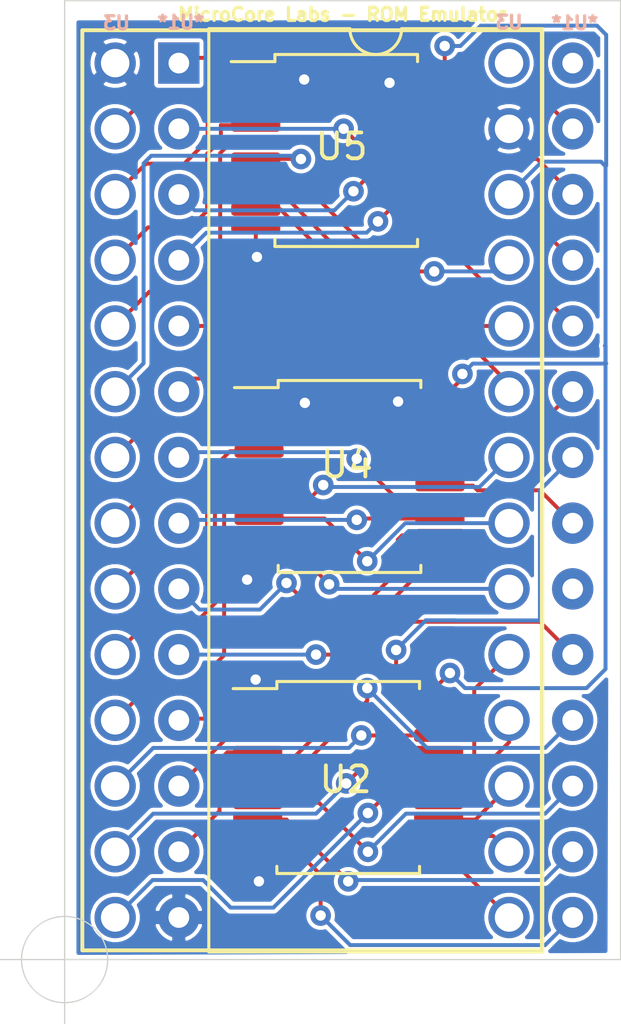
<source format=kicad_pcb>
(kicad_pcb (version 20171130) (host pcbnew "(5.1.8)-1")

  (general
    (thickness 1.6)
    (drawings 10)
    (tracks 315)
    (zones 0)
    (modules 5)
    (nets 55)
  )

  (page A4)
  (layers
    (0 F.Cu signal)
    (31 B.Cu signal hide)
    (32 B.Adhes user hide)
    (33 F.Adhes user hide)
    (34 B.Paste user hide)
    (35 F.Paste user hide)
    (36 B.SilkS user hide)
    (37 F.SilkS user)
    (38 B.Mask user hide)
    (39 F.Mask user hide)
    (40 Dwgs.User user hide)
    (41 Cmts.User user hide)
    (42 Eco1.User user hide)
    (43 Eco2.User user hide)
    (44 Edge.Cuts user)
    (45 Margin user)
    (46 B.CrtYd user)
    (47 F.CrtYd user hide)
    (48 B.Fab user hide)
    (49 F.Fab user hide)
  )

  (setup
    (last_trace_width 0.1524)
    (trace_clearance 0.1524)
    (zone_clearance 0.1524)
    (zone_45_only no)
    (trace_min 0.1524)
    (via_size 0.8)
    (via_drill 0.4)
    (via_min_size 0.4)
    (via_min_drill 0.3)
    (uvia_size 0.3)
    (uvia_drill 0.1)
    (uvias_allowed no)
    (uvia_min_size 0.2)
    (uvia_min_drill 0.1)
    (edge_width 0.05)
    (segment_width 0.2)
    (pcb_text_width 0.3)
    (pcb_text_size 1.5 1.5)
    (mod_edge_width 0.12)
    (mod_text_size 1 1)
    (mod_text_width 0.15)
    (pad_size 1.524 1.524)
    (pad_drill 0.762)
    (pad_to_mask_clearance 0)
    (aux_axis_origin 162.6108 118.5926)
    (visible_elements 7FFDFFFF)
    (pcbplotparams
      (layerselection 0x010fc_ffffffff)
      (usegerberextensions true)
      (usegerberattributes false)
      (usegerberadvancedattributes false)
      (creategerberjobfile false)
      (excludeedgelayer true)
      (linewidth 0.100000)
      (plotframeref false)
      (viasonmask false)
      (mode 1)
      (useauxorigin false)
      (hpglpennumber 1)
      (hpglpenspeed 20)
      (hpglpendiameter 15.000000)
      (psnegative false)
      (psa4output false)
      (plotreference true)
      (plotvalue true)
      (plotinvisibletext false)
      (padsonsilk false)
      (subtractmaskfromsilk false)
      (outputformat 1)
      (mirror false)
      (drillshape 0)
      (scaleselection 1)
      (outputdirectory "PCB_Files/"))
  )

  (net 0 "")
  (net 1 "Net-(U1-Pad28)")
  (net 2 GND)
  (net 3 V5_A14)
  (net 4 V5_D2)
  (net 5 V5_A13)
  (net 6 V5_D1)
  (net 7 V5_A8)
  (net 8 V5_D0)
  (net 9 V5_A9)
  (net 10 V5_A0)
  (net 11 V5_A11)
  (net 12 V5_A1)
  (net 13 OE_n)
  (net 14 V5_A2)
  (net 15 V5_A10)
  (net 16 V5_A3)
  (net 17 "Net-(U1-Pad20)")
  (net 18 V5_A4)
  (net 19 V5_D7)
  (net 20 V5_A5)
  (net 21 V5_D6)
  (net 22 V5_A6)
  (net 23 V5_D5)
  (net 24 V5_A7)
  (net 25 V5_D4)
  (net 26 V5_A12)
  (net 27 V5_D3)
  (net 28 V5_A15)
  (net 29 +3V3)
  (net 30 V3_D0)
  (net 31 V3_D1)
  (net 32 V3_D2)
  (net 33 V3_D3)
  (net 34 V3_D4)
  (net 35 V3_D5)
  (net 36 V3_D6)
  (net 37 V3_D7)
  (net 38 "Net-(U3-Pad33)")
  (net 39 V3_A7)
  (net 40 V3_A6)
  (net 41 V3_A5)
  (net 42 V3_A4)
  (net 43 V3_A3)
  (net 44 V3_A2)
  (net 45 V3_A1)
  (net 46 V3_A0)
  (net 47 V3_A15)
  (net 48 V3_A14)
  (net 49 V3_A13)
  (net 50 V3_A12)
  (net 51 V3_A11)
  (net 52 V3_A10)
  (net 53 V3_A9)
  (net 54 V3_A8)

  (net_class Default "This is the default net class."
    (clearance 0.1524)
    (trace_width 0.1524)
    (via_dia 0.8)
    (via_drill 0.4)
    (uvia_dia 0.3)
    (uvia_drill 0.1)
    (add_net +3V3)
    (add_net GND)
    (add_net "Net-(U1-Pad20)")
    (add_net "Net-(U1-Pad28)")
    (add_net "Net-(U3-Pad33)")
    (add_net OE_n)
    (add_net V3_A0)
    (add_net V3_A1)
    (add_net V3_A10)
    (add_net V3_A11)
    (add_net V3_A12)
    (add_net V3_A13)
    (add_net V3_A14)
    (add_net V3_A15)
    (add_net V3_A2)
    (add_net V3_A3)
    (add_net V3_A4)
    (add_net V3_A5)
    (add_net V3_A6)
    (add_net V3_A7)
    (add_net V3_A8)
    (add_net V3_A9)
    (add_net V3_D0)
    (add_net V3_D1)
    (add_net V3_D2)
    (add_net V3_D3)
    (add_net V3_D4)
    (add_net V3_D5)
    (add_net V3_D6)
    (add_net V3_D7)
    (add_net V5_A0)
    (add_net V5_A1)
    (add_net V5_A10)
    (add_net V5_A11)
    (add_net V5_A12)
    (add_net V5_A13)
    (add_net V5_A14)
    (add_net V5_A15)
    (add_net V5_A2)
    (add_net V5_A3)
    (add_net V5_A4)
    (add_net V5_A5)
    (add_net V5_A6)
    (add_net V5_A7)
    (add_net V5_A8)
    (add_net V5_A9)
    (add_net V5_D0)
    (add_net V5_D1)
    (add_net V5_D2)
    (add_net V5_D3)
    (add_net V5_D4)
    (add_net V5_D5)
    (add_net V5_D6)
    (add_net V5_D7)
  )

  (module Teensy:Teensy40 (layer F.Cu) (tedit 601A3FA1) (tstamp 601A9BB5)
    (at 172.1866 100.457 270)
    (path /601A6865)
    (fp_text reference U3 (at -14.2494 10.5156) (layer F.SilkS) hide
      (effects (font (size 1 1) (thickness 0.15)))
    )
    (fp_text value Teensy4.0 (at 0 10.16 90) (layer F.Fab) hide
      (effects (font (size 1 1) (thickness 0.15)))
    )
    (fp_line (start -17.78 -8.89) (end 17.78 -8.89) (layer F.SilkS) (width 0.15))
    (fp_line (start 17.78 -8.89) (end 17.78 8.89) (layer F.SilkS) (width 0.15))
    (fp_line (start 17.78 8.89) (end -17.78 8.89) (layer F.SilkS) (width 0.15))
    (fp_line (start -17.78 8.89) (end -17.78 -8.89) (layer F.SilkS) (width 0.15))
    (pad 20 thru_hole circle (at 16.51 -7.62 270) (size 1.6 1.6) (drill 1.1) (layers *.Cu *.Mask)
      (net 33 V3_D3))
    (pad 14 thru_hole circle (at 16.51 7.62 270) (size 1.6 1.6) (drill 1.1) (layers *.Cu *.Mask)
      (net 32 V3_D2))
    (pad 21 thru_hole circle (at 13.97 -7.62 270) (size 1.6 1.6) (drill 1.1) (layers *.Cu *.Mask)
      (net 34 V3_D4))
    (pad 22 thru_hole circle (at 11.43 -7.62 270) (size 1.6 1.6) (drill 1.1) (layers *.Cu *.Mask)
      (net 35 V3_D5))
    (pad 23 thru_hole circle (at 8.89 -7.62 270) (size 1.6 1.6) (drill 1.1) (layers *.Cu *.Mask)
      (net 36 V3_D6))
    (pad 24 thru_hole circle (at 6.35 -7.62 270) (size 1.6 1.6) (drill 1.1) (layers *.Cu *.Mask)
      (net 37 V3_D7))
    (pad 25 thru_hole circle (at 3.81 -7.62 270) (size 1.6 1.6) (drill 1.1) (layers *.Cu *.Mask)
      (net 46 V3_A0))
    (pad 26 thru_hole circle (at 1.27 -7.62 270) (size 1.6 1.6) (drill 1.1) (layers *.Cu *.Mask)
      (net 45 V3_A1))
    (pad 27 thru_hole circle (at -1.27 -7.62 270) (size 1.6 1.6) (drill 1.1) (layers *.Cu *.Mask)
      (net 44 V3_A2))
    (pad 28 thru_hole circle (at -3.81 -7.62 270) (size 1.6 1.6) (drill 1.1) (layers *.Cu *.Mask)
      (net 53 V3_A9))
    (pad 29 thru_hole circle (at -6.35 -7.62 270) (size 1.6 1.6) (drill 1.1) (layers *.Cu *.Mask)
      (net 40 V3_A6))
    (pad 30 thru_hole circle (at -8.89 -7.62 270) (size 1.6 1.6) (drill 1.1) (layers *.Cu *.Mask)
      (net 54 V3_A8))
    (pad 31 thru_hole circle (at -11.43 -7.62 270) (size 1.6 1.6) (drill 1.1) (layers *.Cu *.Mask)
      (net 29 +3V3))
    (pad 32 thru_hole circle (at -13.97 -7.62 270) (size 1.6 1.6) (drill 1.1) (layers *.Cu *.Mask)
      (net 2 GND))
    (pad 33 thru_hole circle (at -16.51 -7.62 270) (size 1.6 1.6) (drill 1.1) (layers *.Cu *.Mask)
      (net 38 "Net-(U3-Pad33)"))
    (pad 13 thru_hole circle (at 13.97 7.62 270) (size 1.6 1.6) (drill 1.1) (layers *.Cu *.Mask)
      (net 31 V3_D1))
    (pad 12 thru_hole circle (at 11.43 7.62 270) (size 1.6 1.6) (drill 1.1) (layers *.Cu *.Mask)
      (net 30 V3_D0))
    (pad 11 thru_hole circle (at 8.89 7.62 270) (size 1.6 1.6) (drill 1.1) (layers *.Cu *.Mask)
      (net 43 V3_A3))
    (pad 10 thru_hole circle (at 6.35 7.62 270) (size 1.6 1.6) (drill 1.1) (layers *.Cu *.Mask)
      (net 52 V3_A10))
    (pad 9 thru_hole circle (at 3.81 7.62 270) (size 1.6 1.6) (drill 1.1) (layers *.Cu *.Mask)
      (net 42 V3_A4))
    (pad 8 thru_hole circle (at 1.27 7.62 270) (size 1.6 1.6) (drill 1.1) (layers *.Cu *.Mask)
      (net 51 V3_A11))
    (pad 7 thru_hole circle (at -1.27 7.62 270) (size 1.6 1.6) (drill 1.1) (layers *.Cu *.Mask)
      (net 41 V3_A5))
    (pad 6 thru_hole circle (at -3.81 7.62 270) (size 1.6 1.6) (drill 1.1) (layers *.Cu *.Mask)
      (net 39 V3_A7))
    (pad 5 thru_hole circle (at -6.35 7.62 270) (size 1.6 1.6) (drill 1.1) (layers *.Cu *.Mask)
      (net 49 V3_A13))
    (pad 4 thru_hole circle (at -8.89 7.62 270) (size 1.6 1.6) (drill 1.1) (layers *.Cu *.Mask)
      (net 50 V3_A12))
    (pad 3 thru_hole circle (at -11.43 7.62 270) (size 1.6 1.6) (drill 1.1) (layers *.Cu *.Mask)
      (net 48 V3_A14))
    (pad 2 thru_hole circle (at -13.97 7.62 270) (size 1.6 1.6) (drill 1.1) (layers *.Cu *.Mask)
      (net 47 V3_A15))
    (pad 1 thru_hole circle (at -16.51 7.62 270) (size 1.6 1.6) (drill 1.1) (layers *.Cu *.Mask)
      (net 2 GND))
    (model ${KICAD_USER_DIR}/teensy.pretty/Teensy_4.0_Assembly.STEP
      (offset (xyz 33 9.5 -11))
      (scale (xyz 1 1 1))
      (rotate (xyz -90 0 0))
    )
  )

  (module Package_SO:SSOP-20_5.3x7.2mm_P0.65mm (layer F.Cu) (tedit 5D9F72B1) (tstamp 601AC1FF)
    (at 173.5074 87.3252)
    (descr "SSOP, 20 Pin (http://ww1.microchip.com/downloads/en/DeviceDoc/40001800C.pdf), generated with kicad-footprint-generator ipc_gullwing_generator.py")
    (tags "SSOP SO")
    (path /601FC8F4)
    (attr smd)
    (fp_text reference U5 (at -0.1778 -0.1524) (layer F.SilkS)
      (effects (font (size 1 1) (thickness 0.15)))
    )
    (fp_text value 74LS245 (at 0 4.55) (layer F.Fab)
      (effects (font (size 1 1) (thickness 0.15)))
    )
    (fp_line (start 4.7 -3.85) (end -4.7 -3.85) (layer F.CrtYd) (width 0.05))
    (fp_line (start 4.7 3.85) (end 4.7 -3.85) (layer F.CrtYd) (width 0.05))
    (fp_line (start -4.7 3.85) (end 4.7 3.85) (layer F.CrtYd) (width 0.05))
    (fp_line (start -4.7 -3.85) (end -4.7 3.85) (layer F.CrtYd) (width 0.05))
    (fp_line (start -2.65 -2.6) (end -1.65 -3.6) (layer F.Fab) (width 0.1))
    (fp_line (start -2.65 3.6) (end -2.65 -2.6) (layer F.Fab) (width 0.1))
    (fp_line (start 2.65 3.6) (end -2.65 3.6) (layer F.Fab) (width 0.1))
    (fp_line (start 2.65 -3.6) (end 2.65 3.6) (layer F.Fab) (width 0.1))
    (fp_line (start -1.65 -3.6) (end 2.65 -3.6) (layer F.Fab) (width 0.1))
    (fp_line (start -2.76 -3.435) (end -4.45 -3.435) (layer F.SilkS) (width 0.12))
    (fp_line (start -2.76 -3.71) (end -2.76 -3.435) (layer F.SilkS) (width 0.12))
    (fp_line (start 0 -3.71) (end -2.76 -3.71) (layer F.SilkS) (width 0.12))
    (fp_line (start 2.76 -3.71) (end 2.76 -3.435) (layer F.SilkS) (width 0.12))
    (fp_line (start 0 -3.71) (end 2.76 -3.71) (layer F.SilkS) (width 0.12))
    (fp_line (start -2.76 3.71) (end -2.76 3.435) (layer F.SilkS) (width 0.12))
    (fp_line (start 0 3.71) (end -2.76 3.71) (layer F.SilkS) (width 0.12))
    (fp_line (start 2.76 3.71) (end 2.76 3.435) (layer F.SilkS) (width 0.12))
    (fp_line (start 0 3.71) (end 2.76 3.71) (layer F.SilkS) (width 0.12))
    (fp_text user %R (at 0 0) (layer F.Fab)
      (effects (font (size 1 1) (thickness 0.15)))
    )
    (pad 1 smd roundrect (at -3.5 -2.925) (size 1.9 0.5) (layers F.Cu F.Paste F.Mask) (roundrect_rratio 0.25)
      (net 2 GND))
    (pad 2 smd roundrect (at -3.5 -2.275) (size 1.9 0.5) (layers F.Cu F.Paste F.Mask) (roundrect_rratio 0.25)
      (net 47 V3_A15))
    (pad 3 smd roundrect (at -3.5 -1.625) (size 1.9 0.5) (layers F.Cu F.Paste F.Mask) (roundrect_rratio 0.25)
      (net 48 V3_A14))
    (pad 4 smd roundrect (at -3.5 -0.975) (size 1.9 0.5) (layers F.Cu F.Paste F.Mask) (roundrect_rratio 0.25)
      (net 50 V3_A12))
    (pad 5 smd roundrect (at -3.5 -0.325) (size 1.9 0.5) (layers F.Cu F.Paste F.Mask) (roundrect_rratio 0.25)
      (net 49 V3_A13))
    (pad 6 smd roundrect (at -3.5 0.325) (size 1.9 0.5) (layers F.Cu F.Paste F.Mask) (roundrect_rratio 0.25)
      (net 39 V3_A7))
    (pad 7 smd roundrect (at -3.5 0.975) (size 1.9 0.5) (layers F.Cu F.Paste F.Mask) (roundrect_rratio 0.25)
      (net 54 V3_A8))
    (pad 8 smd roundrect (at -3.5 1.625) (size 1.9 0.5) (layers F.Cu F.Paste F.Mask) (roundrect_rratio 0.25)
      (net 40 V3_A6))
    (pad 9 smd roundrect (at -3.5 2.275) (size 1.9 0.5) (layers F.Cu F.Paste F.Mask) (roundrect_rratio 0.25)
      (net 53 V3_A9))
    (pad 10 smd roundrect (at -3.5 2.925) (size 1.9 0.5) (layers F.Cu F.Paste F.Mask) (roundrect_rratio 0.25)
      (net 2 GND))
    (pad 11 smd roundrect (at 3.5 2.925) (size 1.9 0.5) (layers F.Cu F.Paste F.Mask) (roundrect_rratio 0.25)
      (net 9 V5_A9))
    (pad 12 smd roundrect (at 3.5 2.275) (size 1.9 0.5) (layers F.Cu F.Paste F.Mask) (roundrect_rratio 0.25)
      (net 22 V5_A6))
    (pad 13 smd roundrect (at 3.5 1.625) (size 1.9 0.5) (layers F.Cu F.Paste F.Mask) (roundrect_rratio 0.25)
      (net 7 V5_A8))
    (pad 14 smd roundrect (at 3.5 0.975) (size 1.9 0.5) (layers F.Cu F.Paste F.Mask) (roundrect_rratio 0.25)
      (net 24 V5_A7))
    (pad 15 smd roundrect (at 3.5 0.325) (size 1.9 0.5) (layers F.Cu F.Paste F.Mask) (roundrect_rratio 0.25)
      (net 5 V5_A13))
    (pad 16 smd roundrect (at 3.5 -0.325) (size 1.9 0.5) (layers F.Cu F.Paste F.Mask) (roundrect_rratio 0.25)
      (net 26 V5_A12))
    (pad 17 smd roundrect (at 3.5 -0.975) (size 1.9 0.5) (layers F.Cu F.Paste F.Mask) (roundrect_rratio 0.25)
      (net 3 V5_A14))
    (pad 18 smd roundrect (at 3.5 -1.625) (size 1.9 0.5) (layers F.Cu F.Paste F.Mask) (roundrect_rratio 0.25)
      (net 28 V5_A15))
    (pad 19 smd roundrect (at 3.5 -2.275) (size 1.9 0.5) (layers F.Cu F.Paste F.Mask) (roundrect_rratio 0.25)
      (net 2 GND))
    (pad 20 smd roundrect (at 3.5 -2.925) (size 1.9 0.5) (layers F.Cu F.Paste F.Mask) (roundrect_rratio 0.25)
      (net 29 +3V3))
    (model ${KISYS3DMOD}/Package_SO.3dshapes/SSOP-20_5.3x7.2mm_P0.65mm.wrl
      (at (xyz 0 0 0))
      (scale (xyz 1 1 1))
      (rotate (xyz 0 0 0))
    )
  )

  (module Package_SO:SSOP-20_5.3x7.2mm_P0.65mm (layer F.Cu) (tedit 5D9F72B1) (tstamp 601AC1D4)
    (at 173.6344 99.9236)
    (descr "SSOP, 20 Pin (http://ww1.microchip.com/downloads/en/DeviceDoc/40001800C.pdf), generated with kicad-footprint-generator ipc_gullwing_generator.py")
    (tags "SSOP SO")
    (path /601CCDA1)
    (attr smd)
    (fp_text reference U4 (at -0.1016 -0.4572) (layer F.SilkS)
      (effects (font (size 1 1) (thickness 0.15)))
    )
    (fp_text value 74LS245 (at 0 4.55) (layer F.Fab)
      (effects (font (size 1 1) (thickness 0.15)))
    )
    (fp_line (start 0 3.71) (end 2.76 3.71) (layer F.SilkS) (width 0.12))
    (fp_line (start 2.76 3.71) (end 2.76 3.435) (layer F.SilkS) (width 0.12))
    (fp_line (start 0 3.71) (end -2.76 3.71) (layer F.SilkS) (width 0.12))
    (fp_line (start -2.76 3.71) (end -2.76 3.435) (layer F.SilkS) (width 0.12))
    (fp_line (start 0 -3.71) (end 2.76 -3.71) (layer F.SilkS) (width 0.12))
    (fp_line (start 2.76 -3.71) (end 2.76 -3.435) (layer F.SilkS) (width 0.12))
    (fp_line (start 0 -3.71) (end -2.76 -3.71) (layer F.SilkS) (width 0.12))
    (fp_line (start -2.76 -3.71) (end -2.76 -3.435) (layer F.SilkS) (width 0.12))
    (fp_line (start -2.76 -3.435) (end -4.45 -3.435) (layer F.SilkS) (width 0.12))
    (fp_line (start -1.65 -3.6) (end 2.65 -3.6) (layer F.Fab) (width 0.1))
    (fp_line (start 2.65 -3.6) (end 2.65 3.6) (layer F.Fab) (width 0.1))
    (fp_line (start 2.65 3.6) (end -2.65 3.6) (layer F.Fab) (width 0.1))
    (fp_line (start -2.65 3.6) (end -2.65 -2.6) (layer F.Fab) (width 0.1))
    (fp_line (start -2.65 -2.6) (end -1.65 -3.6) (layer F.Fab) (width 0.1))
    (fp_line (start -4.7 -3.85) (end -4.7 3.85) (layer F.CrtYd) (width 0.05))
    (fp_line (start -4.7 3.85) (end 4.7 3.85) (layer F.CrtYd) (width 0.05))
    (fp_line (start 4.7 3.85) (end 4.7 -3.85) (layer F.CrtYd) (width 0.05))
    (fp_line (start 4.7 -3.85) (end -4.7 -3.85) (layer F.CrtYd) (width 0.05))
    (fp_text user %R (at 0 0) (layer F.Fab)
      (effects (font (size 1 1) (thickness 0.15)))
    )
    (pad 20 smd roundrect (at 3.5 -2.925) (size 1.9 0.5) (layers F.Cu F.Paste F.Mask) (roundrect_rratio 0.25)
      (net 29 +3V3))
    (pad 19 smd roundrect (at 3.5 -2.275) (size 1.9 0.5) (layers F.Cu F.Paste F.Mask) (roundrect_rratio 0.25)
      (net 2 GND))
    (pad 18 smd roundrect (at 3.5 -1.625) (size 1.9 0.5) (layers F.Cu F.Paste F.Mask) (roundrect_rratio 0.25)
      (net 20 V5_A5))
    (pad 17 smd roundrect (at 3.5 -0.975) (size 1.9 0.5) (layers F.Cu F.Paste F.Mask) (roundrect_rratio 0.25)
      (net 11 V5_A11))
    (pad 16 smd roundrect (at 3.5 -0.325) (size 1.9 0.5) (layers F.Cu F.Paste F.Mask) (roundrect_rratio 0.25)
      (net 18 V5_A4))
    (pad 15 smd roundrect (at 3.5 0.325) (size 1.9 0.5) (layers F.Cu F.Paste F.Mask) (roundrect_rratio 0.25)
      (net 15 V5_A10))
    (pad 14 smd roundrect (at 3.5 0.975) (size 1.9 0.5) (layers F.Cu F.Paste F.Mask) (roundrect_rratio 0.25)
      (net 16 V5_A3))
    (pad 13 smd roundrect (at 3.5 1.625) (size 1.9 0.5) (layers F.Cu F.Paste F.Mask) (roundrect_rratio 0.25)
      (net 14 V5_A2))
    (pad 12 smd roundrect (at 3.5 2.275) (size 1.9 0.5) (layers F.Cu F.Paste F.Mask) (roundrect_rratio 0.25)
      (net 12 V5_A1))
    (pad 11 smd roundrect (at 3.5 2.925) (size 1.9 0.5) (layers F.Cu F.Paste F.Mask) (roundrect_rratio 0.25)
      (net 10 V5_A0))
    (pad 10 smd roundrect (at -3.5 2.925) (size 1.9 0.5) (layers F.Cu F.Paste F.Mask) (roundrect_rratio 0.25)
      (net 2 GND))
    (pad 9 smd roundrect (at -3.5 2.275) (size 1.9 0.5) (layers F.Cu F.Paste F.Mask) (roundrect_rratio 0.25)
      (net 46 V3_A0))
    (pad 8 smd roundrect (at -3.5 1.625) (size 1.9 0.5) (layers F.Cu F.Paste F.Mask) (roundrect_rratio 0.25)
      (net 45 V3_A1))
    (pad 7 smd roundrect (at -3.5 0.975) (size 1.9 0.5) (layers F.Cu F.Paste F.Mask) (roundrect_rratio 0.25)
      (net 44 V3_A2))
    (pad 6 smd roundrect (at -3.5 0.325) (size 1.9 0.5) (layers F.Cu F.Paste F.Mask) (roundrect_rratio 0.25)
      (net 43 V3_A3))
    (pad 5 smd roundrect (at -3.5 -0.325) (size 1.9 0.5) (layers F.Cu F.Paste F.Mask) (roundrect_rratio 0.25)
      (net 52 V3_A10))
    (pad 4 smd roundrect (at -3.5 -0.975) (size 1.9 0.5) (layers F.Cu F.Paste F.Mask) (roundrect_rratio 0.25)
      (net 42 V3_A4))
    (pad 3 smd roundrect (at -3.5 -1.625) (size 1.9 0.5) (layers F.Cu F.Paste F.Mask) (roundrect_rratio 0.25)
      (net 51 V3_A11))
    (pad 2 smd roundrect (at -3.5 -2.275) (size 1.9 0.5) (layers F.Cu F.Paste F.Mask) (roundrect_rratio 0.25)
      (net 41 V3_A5))
    (pad 1 smd roundrect (at -3.5 -2.925) (size 1.9 0.5) (layers F.Cu F.Paste F.Mask) (roundrect_rratio 0.25)
      (net 2 GND))
    (model ${KISYS3DMOD}/Package_SO.3dshapes/SSOP-20_5.3x7.2mm_P0.65mm.wrl
      (at (xyz 0 0 0))
      (scale (xyz 1 1 1))
      (rotate (xyz 0 0 0))
    )
  )

  (module Package_SO:SSOP-20_5.3x7.2mm_P0.65mm (layer F.Cu) (tedit 5D9F72B1) (tstamp 601A9B65)
    (at 173.5836 111.5568)
    (descr "SSOP, 20 Pin (http://ww1.microchip.com/downloads/en/DeviceDoc/40001800C.pdf), generated with kicad-footprint-generator ipc_gullwing_generator.py")
    (tags "SSOP SO")
    (path /601A9F2F)
    (attr smd)
    (fp_text reference U2 (at -0.1016 0.0762) (layer F.SilkS)
      (effects (font (size 1 1) (thickness 0.15)))
    )
    (fp_text value 74LS245 (at 3.81 25.19) (layer F.Fab)
      (effects (font (size 1 1) (thickness 0.15)))
    )
    (fp_line (start 0 3.71) (end 2.76 3.71) (layer F.SilkS) (width 0.12))
    (fp_line (start 2.76 3.71) (end 2.76 3.435) (layer F.SilkS) (width 0.12))
    (fp_line (start 0 3.71) (end -2.76 3.71) (layer F.SilkS) (width 0.12))
    (fp_line (start -2.76 3.71) (end -2.76 3.435) (layer F.SilkS) (width 0.12))
    (fp_line (start 0 -3.71) (end 2.76 -3.71) (layer F.SilkS) (width 0.12))
    (fp_line (start 2.76 -3.71) (end 2.76 -3.435) (layer F.SilkS) (width 0.12))
    (fp_line (start 0 -3.71) (end -2.76 -3.71) (layer F.SilkS) (width 0.12))
    (fp_line (start -2.76 -3.71) (end -2.76 -3.435) (layer F.SilkS) (width 0.12))
    (fp_line (start -2.76 -3.435) (end -4.45 -3.435) (layer F.SilkS) (width 0.12))
    (fp_line (start -1.65 -3.6) (end 2.65 -3.6) (layer F.Fab) (width 0.1))
    (fp_line (start 2.65 -3.6) (end 2.65 3.6) (layer F.Fab) (width 0.1))
    (fp_line (start 2.65 3.6) (end -2.65 3.6) (layer F.Fab) (width 0.1))
    (fp_line (start -2.65 3.6) (end -2.65 -2.6) (layer F.Fab) (width 0.1))
    (fp_line (start -2.65 -2.6) (end -1.65 -3.6) (layer F.Fab) (width 0.1))
    (fp_line (start -4.7 -3.85) (end -4.7 3.85) (layer F.CrtYd) (width 0.05))
    (fp_line (start -4.7 3.85) (end 4.7 3.85) (layer F.CrtYd) (width 0.05))
    (fp_line (start 4.7 3.85) (end 4.7 -3.85) (layer F.CrtYd) (width 0.05))
    (fp_line (start 4.7 -3.85) (end -4.7 -3.85) (layer F.CrtYd) (width 0.05))
    (pad 20 smd roundrect (at 3.5 -2.925) (size 1.9 0.5) (layers F.Cu F.Paste F.Mask) (roundrect_rratio 0.25)
      (net 29 +3V3))
    (pad 19 smd roundrect (at 3.5 -2.275) (size 1.9 0.5) (layers F.Cu F.Paste F.Mask) (roundrect_rratio 0.25)
      (net 13 OE_n))
    (pad 18 smd roundrect (at 3.5 -1.625) (size 1.9 0.5) (layers F.Cu F.Paste F.Mask) (roundrect_rratio 0.25)
      (net 30 V3_D0))
    (pad 17 smd roundrect (at 3.5 -0.975) (size 1.9 0.5) (layers F.Cu F.Paste F.Mask) (roundrect_rratio 0.25)
      (net 31 V3_D1))
    (pad 16 smd roundrect (at 3.5 -0.325) (size 1.9 0.5) (layers F.Cu F.Paste F.Mask) (roundrect_rratio 0.25)
      (net 32 V3_D2))
    (pad 15 smd roundrect (at 3.5 0.325) (size 1.9 0.5) (layers F.Cu F.Paste F.Mask) (roundrect_rratio 0.25)
      (net 37 V3_D7))
    (pad 14 smd roundrect (at 3.5 0.975) (size 1.9 0.5) (layers F.Cu F.Paste F.Mask) (roundrect_rratio 0.25)
      (net 36 V3_D6))
    (pad 13 smd roundrect (at 3.5 1.625) (size 1.9 0.5) (layers F.Cu F.Paste F.Mask) (roundrect_rratio 0.25)
      (net 35 V3_D5))
    (pad 12 smd roundrect (at 3.5 2.275) (size 1.9 0.5) (layers F.Cu F.Paste F.Mask) (roundrect_rratio 0.25)
      (net 34 V3_D4))
    (pad 11 smd roundrect (at 3.5 2.925) (size 1.9 0.5) (layers F.Cu F.Paste F.Mask) (roundrect_rratio 0.25)
      (net 33 V3_D3))
    (pad 10 smd roundrect (at -3.5 2.925) (size 1.9 0.5) (layers F.Cu F.Paste F.Mask) (roundrect_rratio 0.25)
      (net 2 GND))
    (pad 9 smd roundrect (at -3.5 2.275) (size 1.9 0.5) (layers F.Cu F.Paste F.Mask) (roundrect_rratio 0.25)
      (net 27 V5_D3))
    (pad 8 smd roundrect (at -3.5 1.625) (size 1.9 0.5) (layers F.Cu F.Paste F.Mask) (roundrect_rratio 0.25)
      (net 25 V5_D4))
    (pad 7 smd roundrect (at -3.5 0.975) (size 1.9 0.5) (layers F.Cu F.Paste F.Mask) (roundrect_rratio 0.25)
      (net 23 V5_D5))
    (pad 6 smd roundrect (at -3.5 0.325) (size 1.9 0.5) (layers F.Cu F.Paste F.Mask) (roundrect_rratio 0.25)
      (net 21 V5_D6))
    (pad 5 smd roundrect (at -3.5 -0.325) (size 1.9 0.5) (layers F.Cu F.Paste F.Mask) (roundrect_rratio 0.25)
      (net 19 V5_D7))
    (pad 4 smd roundrect (at -3.5 -0.975) (size 1.9 0.5) (layers F.Cu F.Paste F.Mask) (roundrect_rratio 0.25)
      (net 4 V5_D2))
    (pad 3 smd roundrect (at -3.5 -1.625) (size 1.9 0.5) (layers F.Cu F.Paste F.Mask) (roundrect_rratio 0.25)
      (net 6 V5_D1))
    (pad 2 smd roundrect (at -3.5 -2.275) (size 1.9 0.5) (layers F.Cu F.Paste F.Mask) (roundrect_rratio 0.25)
      (net 8 V5_D0))
    (pad 1 smd roundrect (at -3.5 -2.925) (size 1.9 0.5) (layers F.Cu F.Paste F.Mask) (roundrect_rratio 0.25)
      (net 2 GND))
    (model ${KISYS3DMOD}/Package_SO.3dshapes/SSOP-20_5.3x7.2mm_P0.65mm.wrl
      (at (xyz 0 0 0))
      (scale (xyz 1 1 1))
      (rotate (xyz 0 0 0))
    )
  )

  (module Package_DIP:DIP-28_W15.24mm (layer F.Cu) (tedit 5A02E8C5) (tstamp 601A9B35)
    (at 167.0304 83.947)
    (descr "28-lead though-hole mounted DIP package, row spacing 15.24 mm (600 mils)")
    (tags "THT DIP DIL PDIP 2.54mm 15.24mm 600mil")
    (path /601A8B4C)
    (fp_text reference U1 (at -5.3848 0.7366) (layer F.SilkS) hide
      (effects (font (size 1 1) (thickness 0.15)))
    )
    (fp_text value 27C512 (at 7.62 35.35) (layer F.Fab) hide
      (effects (font (size 1 1) (thickness 0.15)))
    )
    (fp_line (start 1.255 -1.27) (end 14.985 -1.27) (layer F.Fab) (width 0.1))
    (fp_line (start 14.985 -1.27) (end 14.985 34.29) (layer F.Fab) (width 0.1))
    (fp_line (start 14.985 34.29) (end 0.255 34.29) (layer F.Fab) (width 0.1))
    (fp_line (start 0.255 34.29) (end 0.255 -0.27) (layer F.Fab) (width 0.1))
    (fp_line (start 0.255 -0.27) (end 1.255 -1.27) (layer F.Fab) (width 0.1))
    (fp_line (start 6.62 -1.33) (end 1.16 -1.33) (layer F.SilkS) (width 0.12))
    (fp_line (start 1.16 -1.33) (end 1.16 34.35) (layer F.SilkS) (width 0.12))
    (fp_line (start 1.16 34.35) (end 14.08 34.35) (layer F.SilkS) (width 0.12))
    (fp_line (start 14.08 34.35) (end 14.08 -1.33) (layer F.SilkS) (width 0.12))
    (fp_line (start 14.08 -1.33) (end 8.62 -1.33) (layer F.SilkS) (width 0.12))
    (fp_line (start -1.05 -1.55) (end -1.05 34.55) (layer F.CrtYd) (width 0.05))
    (fp_line (start -1.05 34.55) (end 16.3 34.55) (layer F.CrtYd) (width 0.05))
    (fp_line (start 16.3 34.55) (end 16.3 -1.55) (layer F.CrtYd) (width 0.05))
    (fp_line (start 16.3 -1.55) (end -1.05 -1.55) (layer F.CrtYd) (width 0.05))
    (fp_text user %R (at 7.62 16.51) (layer F.Fab) hide
      (effects (font (size 1 1) (thickness 0.15)))
    )
    (fp_arc (start 7.62 -1.33) (end 6.62 -1.33) (angle -180) (layer F.SilkS) (width 0.12))
    (pad 28 thru_hole oval (at 15.24 0) (size 1.6 1.6) (drill 0.8) (layers *.Cu *.Mask)
      (net 1 "Net-(U1-Pad28)"))
    (pad 14 thru_hole oval (at 0 33.02) (size 1.6 1.6) (drill 0.8) (layers *.Cu *.Mask)
      (net 2 GND))
    (pad 27 thru_hole oval (at 15.24 2.54) (size 1.6 1.6) (drill 0.8) (layers *.Cu *.Mask)
      (net 3 V5_A14))
    (pad 13 thru_hole oval (at 0 30.48) (size 1.6 1.6) (drill 0.8) (layers *.Cu *.Mask)
      (net 4 V5_D2))
    (pad 26 thru_hole oval (at 15.24 5.08) (size 1.6 1.6) (drill 0.8) (layers *.Cu *.Mask)
      (net 5 V5_A13))
    (pad 12 thru_hole oval (at 0 27.94) (size 1.6 1.6) (drill 0.8) (layers *.Cu *.Mask)
      (net 6 V5_D1))
    (pad 25 thru_hole oval (at 15.24 7.62) (size 1.6 1.6) (drill 0.8) (layers *.Cu *.Mask)
      (net 7 V5_A8))
    (pad 11 thru_hole oval (at 0 25.4) (size 1.6 1.6) (drill 0.8) (layers *.Cu *.Mask)
      (net 8 V5_D0))
    (pad 24 thru_hole oval (at 15.24 10.16) (size 1.6 1.6) (drill 0.8) (layers *.Cu *.Mask)
      (net 9 V5_A9))
    (pad 10 thru_hole oval (at 0 22.86) (size 1.6 1.6) (drill 0.8) (layers *.Cu *.Mask)
      (net 10 V5_A0))
    (pad 23 thru_hole oval (at 15.24 12.7) (size 1.6 1.6) (drill 0.8) (layers *.Cu *.Mask)
      (net 11 V5_A11))
    (pad 9 thru_hole oval (at 0 20.32) (size 1.6 1.6) (drill 0.8) (layers *.Cu *.Mask)
      (net 12 V5_A1))
    (pad 22 thru_hole oval (at 15.24 15.24) (size 1.6 1.6) (drill 0.8) (layers *.Cu *.Mask)
      (net 13 OE_n))
    (pad 8 thru_hole oval (at 0 17.78) (size 1.6 1.6) (drill 0.8) (layers *.Cu *.Mask)
      (net 14 V5_A2))
    (pad 21 thru_hole oval (at 15.24 17.78) (size 1.6 1.6) (drill 0.8) (layers *.Cu *.Mask)
      (net 15 V5_A10))
    (pad 7 thru_hole oval (at 0 15.24) (size 1.6 1.6) (drill 0.8) (layers *.Cu *.Mask)
      (net 16 V5_A3))
    (pad 20 thru_hole oval (at 15.24 20.32) (size 1.6 1.6) (drill 0.8) (layers *.Cu *.Mask)
      (net 17 "Net-(U1-Pad20)"))
    (pad 6 thru_hole oval (at 0 12.7) (size 1.6 1.6) (drill 0.8) (layers *.Cu *.Mask)
      (net 18 V5_A4))
    (pad 19 thru_hole oval (at 15.24 22.86) (size 1.6 1.6) (drill 0.8) (layers *.Cu *.Mask)
      (net 19 V5_D7))
    (pad 5 thru_hole oval (at 0 10.16) (size 1.6 1.6) (drill 0.8) (layers *.Cu *.Mask)
      (net 20 V5_A5))
    (pad 18 thru_hole oval (at 15.24 25.4) (size 1.6 1.6) (drill 0.8) (layers *.Cu *.Mask)
      (net 21 V5_D6))
    (pad 4 thru_hole oval (at 0 7.62) (size 1.6 1.6) (drill 0.8) (layers *.Cu *.Mask)
      (net 22 V5_A6))
    (pad 17 thru_hole oval (at 15.24 27.94) (size 1.6 1.6) (drill 0.8) (layers *.Cu *.Mask)
      (net 23 V5_D5))
    (pad 3 thru_hole oval (at 0 5.08) (size 1.6 1.6) (drill 0.8) (layers *.Cu *.Mask)
      (net 24 V5_A7))
    (pad 16 thru_hole oval (at 15.24 30.48) (size 1.6 1.6) (drill 0.8) (layers *.Cu *.Mask)
      (net 25 V5_D4))
    (pad 2 thru_hole oval (at 0 2.54) (size 1.6 1.6) (drill 0.8) (layers *.Cu *.Mask)
      (net 26 V5_A12))
    (pad 15 thru_hole oval (at 15.24 33.02) (size 1.6 1.6) (drill 0.8) (layers *.Cu *.Mask)
      (net 27 V5_D3))
    (pad 1 thru_hole rect (at 0 0) (size 1.6 1.6) (drill 0.8) (layers *.Cu *.Mask)
      (net 28 V5_A15))
  )

  (gr_text U3 (at 164.6174 82.3976) (layer B.SilkS) (tstamp 601E1088)
    (effects (font (size 0.508 0.508) (thickness 0.127)) (justify mirror))
  )
  (gr_text U3 (at 179.8066 82.3722) (layer B.SilkS) (tstamp 601E1088)
    (effects (font (size 0.508 0.508) (thickness 0.127)) (justify mirror))
  )
  (gr_text "*U1*\n" (at 182.3466 82.3976) (layer B.SilkS) (tstamp 601E0EA6)
    (effects (font (size 0.508 0.508) (thickness 0.127)) (justify mirror))
  )
  (gr_text *U1* (at 167.1066 82.3722) (layer B.SilkS) (tstamp 601E0E9E)
    (effects (font (size 0.508 0.508) (thickness 0.127)) (justify mirror))
  )
  (gr_text "MicroCore Labs - ROM Emulator" (at 173.355 82.0674) (layer F.SilkS)
    (effects (font (size 0.508 0.508) (thickness 0.127)))
  )
  (target plus (at 162.6108 118.5926) (size 5) (width 0.05) (layer Edge.Cuts))
  (gr_line (start 162.6108 118.5926) (end 162.6108 81.534) (layer Edge.Cuts) (width 0.05))
  (gr_line (start 184.1246 118.5926) (end 162.6108 118.5926) (layer Edge.Cuts) (width 0.05))
  (gr_line (start 184.1246 81.534) (end 184.1246 118.5926) (layer Edge.Cuts) (width 0.05))
  (gr_line (start 162.6108 81.534) (end 184.1246 81.534) (layer Edge.Cuts) (width 0.05))

  (via (at 171.8818 84.582) (size 0.8) (drill 0.4) (layers F.Cu B.Cu) (net 2))
  (segment (start 171.7 84.4002) (end 171.8818 84.582) (width 0.1524) (layer F.Cu) (net 2))
  (segment (start 170.0074 84.4002) (end 171.7 84.4002) (width 0.1524) (layer F.Cu) (net 2) (status 10))
  (via (at 170.053 91.44) (size 0.8) (drill 0.4) (layers F.Cu B.Cu) (net 2))
  (segment (start 170.0074 90.2502) (end 170.0074 91.3944) (width 0.1524) (layer F.Cu) (net 2) (status 10))
  (segment (start 170.0074 91.3944) (end 170.053 91.44) (width 0.1524) (layer F.Cu) (net 2))
  (via (at 171.9072 97.0788) (size 0.8) (drill 0.4) (layers F.Cu B.Cu) (net 2))
  (segment (start 171.827 96.9986) (end 171.9072 97.0788) (width 0.1524) (layer F.Cu) (net 2))
  (segment (start 170.1344 96.9986) (end 171.827 96.9986) (width 0.1524) (layer F.Cu) (net 2) (status 10))
  (via (at 170.0022 107.7722) (size 0.8) (drill 0.4) (layers F.Cu B.Cu) (net 2))
  (segment (start 170.0836 107.8536) (end 170.0022 107.7722) (width 0.1524) (layer F.Cu) (net 2))
  (segment (start 170.0836 108.6318) (end 170.0836 107.8536) (width 0.1524) (layer F.Cu) (net 2) (status 10))
  (segment (start 170.0836 115.5244) (end 170.1292 115.57) (width 0.1524) (layer F.Cu) (net 2))
  (segment (start 170.0836 114.4818) (end 170.0836 115.5244) (width 0.1524) (layer F.Cu) (net 2) (status 10))
  (via (at 170.1292 115.57) (size 0.8) (drill 0.4) (layers F.Cu B.Cu) (net 2))
  (via (at 175.1838 84.709) (size 0.8) (drill 0.4) (layers F.Cu B.Cu) (net 2))
  (segment (start 175.525 85.0502) (end 175.1838 84.709) (width 0.1524) (layer F.Cu) (net 2))
  (segment (start 177.0074 85.0502) (end 175.525 85.0502) (width 0.1524) (layer F.Cu) (net 2))
  (via (at 175.514 97.028) (size 0.8) (drill 0.4) (layers F.Cu B.Cu) (net 2))
  (segment (start 176.1346 97.6486) (end 175.514 97.028) (width 0.1524) (layer F.Cu) (net 2))
  (segment (start 177.1344 97.6486) (end 176.1346 97.6486) (width 0.1524) (layer F.Cu) (net 2))
  (via (at 169.672 103.9114) (size 0.8) (drill 0.4) (layers F.Cu B.Cu) (net 2))
  (segment (start 170.1344 103.449) (end 169.672 103.9114) (width 0.1524) (layer F.Cu) (net 2))
  (segment (start 170.1344 102.8486) (end 170.1344 103.449) (width 0.1524) (layer F.Cu) (net 2))
  (segment (start 181.0004 85.217) (end 182.2704 86.487) (width 0.1524) (layer F.Cu) (net 3))
  (segment (start 179.1462 85.217) (end 181.0004 85.217) (width 0.1524) (layer F.Cu) (net 3))
  (segment (start 178.013 86.3502) (end 179.1462 85.217) (width 0.1524) (layer F.Cu) (net 3))
  (segment (start 177.0074 86.3502) (end 178.013 86.3502) (width 0.1524) (layer F.Cu) (net 3))
  (segment (start 168.6052 112.8522) (end 167.0304 114.427) (width 0.1524) (layer F.Cu) (net 4))
  (segment (start 168.9071 110.5818) (end 168.6052 110.8837) (width 0.1524) (layer F.Cu) (net 4))
  (segment (start 168.6052 110.8837) (end 168.6052 112.8522) (width 0.1524) (layer F.Cu) (net 4))
  (segment (start 170.0836 110.5818) (end 168.9071 110.5818) (width 0.1524) (layer F.Cu) (net 4))
  (segment (start 180.8936 87.6502) (end 182.2704 89.027) (width 0.1524) (layer F.Cu) (net 5) (status 20))
  (segment (start 177.0074 87.6502) (end 180.8936 87.6502) (width 0.1524) (layer F.Cu) (net 5) (status 10))
  (segment (start 168.9856 109.9318) (end 167.0304 111.887) (width 0.1524) (layer F.Cu) (net 6) (status 20))
  (segment (start 170.0836 109.9318) (end 168.9856 109.9318) (width 0.1524) (layer F.Cu) (net 6) (status 10))
  (segment (start 181.0512 90.3478) (end 182.2704 91.567) (width 0.1524) (layer F.Cu) (net 7))
  (segment (start 179.2732 90.3478) (end 181.0512 90.3478) (width 0.1524) (layer F.Cu) (net 7))
  (segment (start 177.8756 88.9502) (end 179.2732 90.3478) (width 0.1524) (layer F.Cu) (net 7))
  (segment (start 177.0074 88.9502) (end 177.8756 88.9502) (width 0.1524) (layer F.Cu) (net 7))
  (segment (start 167.0956 109.2818) (end 167.0304 109.347) (width 0.1524) (layer F.Cu) (net 8) (status 30))
  (segment (start 170.0836 109.2818) (end 167.0956 109.2818) (width 0.1524) (layer F.Cu) (net 8) (status 30))
  (segment (start 181.0258 92.8624) (end 182.2704 94.107) (width 0.1524) (layer F.Cu) (net 9))
  (segment (start 179.2732 92.8624) (end 181.0258 92.8624) (width 0.1524) (layer F.Cu) (net 9))
  (segment (start 177.0074 90.5966) (end 179.2732 92.8624) (width 0.1524) (layer F.Cu) (net 9))
  (segment (start 177.0074 90.2502) (end 177.0074 90.5966) (width 0.1524) (layer F.Cu) (net 9))
  (segment (start 177.1344 102.8486) (end 173.176 106.807) (width 0.1524) (layer F.Cu) (net 10) (status 10))
  (via (at 172.339 106.807) (size 0.8) (drill 0.4) (layers F.Cu B.Cu) (net 10))
  (segment (start 167.0304 106.807) (end 172.339 106.807) (width 0.1524) (layer B.Cu) (net 10) (status 10))
  (segment (start 172.339 106.807) (end 173.176 106.807) (width 0.1524) (layer F.Cu) (net 10))
  (segment (start 180.9496 97.9678) (end 182.2704 96.647) (width 0.1524) (layer F.Cu) (net 11))
  (segment (start 179.1462 97.9678) (end 180.9496 97.9678) (width 0.1524) (layer F.Cu) (net 11))
  (segment (start 178.1654 98.9486) (end 179.1462 97.9678) (width 0.1524) (layer F.Cu) (net 11))
  (segment (start 177.1344 98.9486) (end 178.1654 98.9486) (width 0.1524) (layer F.Cu) (net 11))
  (via (at 171.196 104.0384) (size 0.8) (drill 0.4) (layers F.Cu B.Cu) (net 12))
  (segment (start 167.0304 104.267) (end 167.830399 105.066999) (width 0.1524) (layer B.Cu) (net 12) (status 10))
  (segment (start 167.830399 105.066999) (end 170.167401 105.066999) (width 0.1524) (layer B.Cu) (net 12))
  (segment (start 170.167401 105.066999) (end 171.196 104.0384) (width 0.1524) (layer B.Cu) (net 12))
  (segment (start 176.30478 102.1986) (end 177.1344 102.1986) (width 0.1524) (layer F.Cu) (net 12))
  (segment (start 173.39818 105.1052) (end 173.65218 104.8512) (width 0.1524) (layer F.Cu) (net 12))
  (segment (start 172.2628 105.1052) (end 173.39818 105.1052) (width 0.1524) (layer F.Cu) (net 12))
  (segment (start 171.196 104.0384) (end 172.2628 105.1052) (width 0.1524) (layer F.Cu) (net 12))
  (segment (start 173.65218 104.8512) (end 174.23384 104.8512) (width 0.1524) (layer F.Cu) (net 12))
  (segment (start 174.23384 104.8512) (end 175.50384 103.5812) (width 0.1524) (layer F.Cu) (net 12))
  (segment (start 175.50384 103.5812) (end 175.50384 102.36454) (width 0.1524) (layer F.Cu) (net 12))
  (segment (start 175.66978 102.1986) (end 177.1344 102.1986) (width 0.1524) (layer F.Cu) (net 12))
  (segment (start 175.50384 102.36454) (end 175.66978 102.1986) (width 0.1524) (layer F.Cu) (net 12))
  (segment (start 177.0836 109.2818) (end 176.1336 109.2818) (width 0.1524) (layer F.Cu) (net 13))
  (segment (start 175.4378 108.586) (end 175.4378 106.6292) (width 0.1524) (layer F.Cu) (net 13))
  (segment (start 176.1336 109.2818) (end 175.4378 108.586) (width 0.1524) (layer F.Cu) (net 13))
  (via (at 175.4378 106.6292) (size 0.8) (drill 0.4) (layers F.Cu B.Cu) (net 13))
  (segment (start 181.00294 100.45446) (end 182.2704 99.187) (width 0.1524) (layer B.Cu) (net 13))
  (segment (start 181.00294 105.47096) (end 181.00294 100.45446) (width 0.1524) (layer B.Cu) (net 13))
  (segment (start 181.01818 105.4862) (end 181.00294 105.47096) (width 0.1524) (layer B.Cu) (net 13))
  (segment (start 177.7111 105.4862) (end 181.01818 105.4862) (width 0.1524) (layer B.Cu) (net 13))
  (segment (start 177.70602 105.48112) (end 177.7111 105.4862) (width 0.1524) (layer B.Cu) (net 13))
  (segment (start 176.58588 105.48112) (end 177.70602 105.48112) (width 0.1524) (layer B.Cu) (net 13))
  (segment (start 175.4378 106.6292) (end 176.58588 105.48112) (width 0.1524) (layer B.Cu) (net 13))
  (via (at 173.9138 101.6) (size 0.8) (drill 0.4) (layers F.Cu B.Cu) (net 14))
  (segment (start 173.9652 101.5486) (end 173.9138 101.6) (width 0.1524) (layer F.Cu) (net 14))
  (segment (start 177.1344 101.5486) (end 173.9652 101.5486) (width 0.1524) (layer F.Cu) (net 14) (status 10))
  (segment (start 167.1574 101.6) (end 167.0304 101.727) (width 0.1524) (layer B.Cu) (net 14) (status 30))
  (segment (start 173.9138 101.6) (end 167.1574 101.6) (width 0.1524) (layer B.Cu) (net 14) (status 20))
  (segment (start 181.0004 100.457) (end 182.2704 101.727) (width 0.1524) (layer F.Cu) (net 15))
  (segment (start 178.5874 100.457) (end 181.0004 100.457) (width 0.1524) (layer F.Cu) (net 15))
  (segment (start 178.4096 100.2792) (end 178.5874 100.457) (width 0.1524) (layer F.Cu) (net 15))
  (segment (start 177.165 100.2792) (end 177.1344 100.2486) (width 0.1524) (layer F.Cu) (net 15))
  (segment (start 178.4096 100.2792) (end 177.165 100.2792) (width 0.1524) (layer F.Cu) (net 15))
  (via (at 173.9138 99.2378) (size 0.8) (drill 0.4) (layers F.Cu B.Cu) (net 16))
  (segment (start 175.5746 100.8986) (end 173.9138 99.2378) (width 0.1524) (layer F.Cu) (net 16))
  (segment (start 177.1344 100.8986) (end 175.5746 100.8986) (width 0.1524) (layer F.Cu) (net 16) (status 10))
  (segment (start 167.2336 98.9838) (end 167.0304 99.187) (width 0.1524) (layer B.Cu) (net 16))
  (segment (start 173.6598 98.9838) (end 167.2336 98.9838) (width 0.1524) (layer B.Cu) (net 16))
  (segment (start 173.9138 99.2378) (end 173.6598 98.9838) (width 0.1524) (layer B.Cu) (net 16))
  (segment (start 167.0304 96.647) (end 167.5384 96.139) (width 0.1524) (layer F.Cu) (net 18) (status 30))
  (segment (start 176.1844 99.5986) (end 177.1344 99.5986) (width 0.1524) (layer F.Cu) (net 18) (status 30))
  (segment (start 172.7248 96.139) (end 176.1844 99.5986) (width 0.1524) (layer F.Cu) (net 18) (status 20))
  (segment (start 167.5384 96.139) (end 172.7248 96.139) (width 0.1524) (layer F.Cu) (net 18) (status 10))
  (segment (start 171.0336 111.2318) (end 170.0836 111.2318) (width 0.1524) (layer F.Cu) (net 19))
  (segment (start 172.6692 109.5962) (end 171.0336 111.2318) (width 0.1524) (layer F.Cu) (net 19))
  (segment (start 172.6692 108.2802) (end 172.6692 109.5962) (width 0.1524) (layer F.Cu) (net 19))
  (segment (start 175.4124 105.537) (end 172.6692 108.2802) (width 0.1524) (layer F.Cu) (net 19))
  (segment (start 181.0004 105.537) (end 175.4124 105.537) (width 0.1524) (layer F.Cu) (net 19))
  (segment (start 182.2704 106.807) (end 181.0004 105.537) (width 0.1524) (layer F.Cu) (net 19))
  (segment (start 167.0304 94.107) (end 171.3992 94.107) (width 0.1524) (layer F.Cu) (net 20) (status 10))
  (segment (start 175.5908 98.2986) (end 177.1344 98.2986) (width 0.1524) (layer F.Cu) (net 20) (status 20))
  (segment (start 171.3992 94.107) (end 175.5908 98.2986) (width 0.1524) (layer F.Cu) (net 20))
  (via (at 174.3202 108.1024) (size 0.8) (drill 0.4) (layers F.Cu B.Cu) (net 21))
  (segment (start 174.3202 108.5952) (end 174.3202 108.1024) (width 0.1524) (layer F.Cu) (net 21))
  (segment (start 170.0836 111.8818) (end 171.0336 111.8818) (width 0.1524) (layer F.Cu) (net 21))
  (segment (start 171.0336 111.8818) (end 174.3202 108.5952) (width 0.1524) (layer F.Cu) (net 21))
  (segment (start 176.6316 110.4138) (end 174.3202 108.1024) (width 0.1524) (layer B.Cu) (net 21))
  (segment (start 181.2036 110.4138) (end 176.6316 110.4138) (width 0.1524) (layer B.Cu) (net 21))
  (segment (start 182.2704 109.347) (end 181.2036 110.4138) (width 0.1524) (layer B.Cu) (net 21))
  (segment (start 168.0972 90.5002) (end 167.0304 91.567) (width 0.1524) (layer B.Cu) (net 22))
  (segment (start 174.73422 90.06586) (end 174.29988 90.5002) (width 0.1524) (layer B.Cu) (net 22))
  (segment (start 174.29988 90.5002) (end 168.0972 90.5002) (width 0.1524) (layer B.Cu) (net 22))
  (segment (start 175.19988 89.6002) (end 177.0074 89.6002) (width 0.1524) (layer F.Cu) (net 22))
  (segment (start 174.73422 90.06586) (end 175.19988 89.6002) (width 0.1524) (layer F.Cu) (net 22))
  (via (at 174.73422 90.06586) (size 0.8) (drill 0.4) (layers F.Cu B.Cu) (net 22))
  (via (at 174.3456 114.427) (size 0.8) (drill 0.4) (layers F.Cu B.Cu) (net 23))
  (segment (start 170.0836 112.5318) (end 172.4504 112.5318) (width 0.1524) (layer F.Cu) (net 23))
  (segment (start 172.4504 112.5318) (end 174.3456 114.427) (width 0.1524) (layer F.Cu) (net 23))
  (segment (start 175.8188 112.9538) (end 174.3456 114.427) (width 0.1524) (layer B.Cu) (net 23))
  (segment (start 181.2036 112.9538) (end 175.8188 112.9538) (width 0.1524) (layer B.Cu) (net 23))
  (segment (start 182.2704 111.887) (end 181.2036 112.9538) (width 0.1524) (layer B.Cu) (net 23))
  (segment (start 167.64 89.6366) (end 167.0304 89.027) (width 0.1524) (layer B.Cu) (net 24))
  (segment (start 173.0502 89.6366) (end 167.64 89.6366) (width 0.1524) (layer B.Cu) (net 24))
  (segment (start 173.7868 88.9) (end 173.0502 89.6366) (width 0.1524) (layer B.Cu) (net 24))
  (segment (start 174.3866 88.3002) (end 177.0074 88.3002) (width 0.1524) (layer F.Cu) (net 24))
  (segment (start 173.7868 88.9) (end 174.3866 88.3002) (width 0.1524) (layer F.Cu) (net 24))
  (via (at 173.7868 88.9) (size 0.8) (drill 0.4) (layers F.Cu B.Cu) (net 24))
  (via (at 173.5836 115.57) (size 0.8) (drill 0.4) (layers F.Cu B.Cu) (net 25))
  (segment (start 170.0836 113.1818) (end 171.1954 113.1818) (width 0.1524) (layer F.Cu) (net 25))
  (segment (start 171.1954 113.1818) (end 173.5836 115.57) (width 0.1524) (layer F.Cu) (net 25))
  (segment (start 173.6344 115.5192) (end 173.5836 115.57) (width 0.1524) (layer B.Cu) (net 25))
  (segment (start 181.1782 115.5192) (end 173.6344 115.5192) (width 0.1524) (layer B.Cu) (net 25))
  (segment (start 182.2704 114.427) (end 181.1782 115.5192) (width 0.1524) (layer B.Cu) (net 25))
  (via (at 173.4058 86.487) (size 0.8) (drill 0.4) (layers F.Cu B.Cu) (net 26))
  (segment (start 173.919 87.0002) (end 173.4058 86.487) (width 0.1524) (layer F.Cu) (net 26))
  (segment (start 177.0074 87.0002) (end 173.919 87.0002) (width 0.1524) (layer F.Cu) (net 26) (status 10))
  (segment (start 173.4058 86.487) (end 167.0304 86.487) (width 0.1524) (layer B.Cu) (net 26) (status 20))
  (segment (start 172.5168 115.315) (end 172.5168 116.8908) (width 0.1524) (layer F.Cu) (net 27))
  (segment (start 171.0336 113.8318) (end 172.5168 115.315) (width 0.1524) (layer F.Cu) (net 27))
  (segment (start 170.0836 113.8318) (end 171.0336 113.8318) (width 0.1524) (layer F.Cu) (net 27))
  (via (at 172.5168 116.8908) (size 0.8) (drill 0.4) (layers F.Cu B.Cu) (net 27))
  (segment (start 173.6598 118.0338) (end 172.5168 116.8908) (width 0.1524) (layer B.Cu) (net 27))
  (segment (start 181.2036 118.0338) (end 173.6598 118.0338) (width 0.1524) (layer B.Cu) (net 27))
  (segment (start 182.2704 116.967) (end 181.2036 118.0338) (width 0.1524) (layer B.Cu) (net 27))
  (segment (start 174.66498 85.7002) (end 177.0074 85.7002) (width 0.1524) (layer F.Cu) (net 28))
  (segment (start 172.70858 83.7438) (end 174.66498 85.7002) (width 0.1524) (layer F.Cu) (net 28))
  (segment (start 167.2336 83.7438) (end 172.70858 83.7438) (width 0.1524) (layer F.Cu) (net 28))
  (segment (start 167.0304 83.947) (end 167.2336 83.7438) (width 0.1524) (layer F.Cu) (net 28))
  (segment (start 177.1904 84.2172) (end 177.0074 84.4002) (width 0.1524) (layer F.Cu) (net 29) (status 30))
  (segment (start 179.8066 89.027) (end 179.8828 89.027) (width 0.1524) (layer B.Cu) (net 29) (status 30))
  (via (at 177.3174 83.2866) (size 0.8) (drill 0.4) (layers F.Cu B.Cu) (net 29))
  (segment (start 177.3174 84.0902) (end 177.0074 84.4002) (width 0.1524) (layer F.Cu) (net 29))
  (segment (start 177.3174 83.2866) (end 177.3174 84.0902) (width 0.1524) (layer F.Cu) (net 29))
  (via (at 177.5206 107.5182) (size 0.8) (drill 0.4) (layers F.Cu B.Cu) (net 29))
  (segment (start 177.0836 107.9552) (end 177.5206 107.5182) (width 0.1524) (layer F.Cu) (net 29))
  (segment (start 177.0836 108.6318) (end 177.0836 107.9552) (width 0.1524) (layer F.Cu) (net 29))
  (segment (start 178.0032 96.1298) (end 178.0032 95.9612) (width 0.1524) (layer F.Cu) (net 29))
  (segment (start 177.1344 96.9986) (end 178.0032 96.1298) (width 0.1524) (layer F.Cu) (net 29))
  (via (at 178.0032 95.9612) (size 0.8) (drill 0.4) (layers F.Cu B.Cu) (net 29))
  (segment (start 177.927 83.2866) (end 177.3174 83.2866) (width 0.1524) (layer B.Cu) (net 29))
  (segment (start 178.7144 82.4992) (end 177.927 83.2866) (width 0.1524) (layer B.Cu) (net 29))
  (segment (start 183.5658 82.8548) (end 183.2102 82.4992) (width 0.1524) (layer B.Cu) (net 29))
  (segment (start 183.2102 82.4992) (end 178.7144 82.4992) (width 0.1524) (layer B.Cu) (net 29))
  (segment (start 183.5658 87.9094) (end 183.5658 82.8548) (width 0.1524) (layer B.Cu) (net 29))
  (segment (start 183.5404 87.9348) (end 183.5658 87.9094) (width 0.1524) (layer B.Cu) (net 29))
  (segment (start 183.3626 87.757) (end 183.5404 87.9348) (width 0.1524) (layer B.Cu) (net 29))
  (segment (start 181.0766 87.757) (end 183.3626 87.757) (width 0.1524) (layer B.Cu) (net 29))
  (segment (start 179.8066 89.027) (end 181.0766 87.757) (width 0.1524) (layer B.Cu) (net 29))
  (segment (start 178.403199 95.561201) (end 178.0032 95.9612) (width 0.1524) (layer B.Cu) (net 29))
  (segment (start 183.559399 95.561201) (end 178.403199 95.561201) (width 0.1524) (layer B.Cu) (net 29))
  (segment (start 183.5658 95.5548) (end 183.559399 95.561201) (width 0.1524) (layer B.Cu) (net 29))
  (segment (start 183.5404 95.5294) (end 183.5658 95.5548) (width 0.1524) (layer B.Cu) (net 29))
  (segment (start 183.5404 87.9348) (end 183.5404 95.5294) (width 0.1524) (layer B.Cu) (net 29))
  (segment (start 183.5404 94.8944) (end 183.515 94.869) (width 0.1524) (layer B.Cu) (net 29))
  (segment (start 183.5404 107.3658) (end 183.5404 94.8944) (width 0.1524) (layer B.Cu) (net 29))
  (segment (start 182.8038 108.1024) (end 183.5404 107.3658) (width 0.1524) (layer B.Cu) (net 29))
  (segment (start 178.1048 108.1024) (end 182.8038 108.1024) (width 0.1524) (layer B.Cu) (net 29))
  (segment (start 177.5206 107.5182) (end 178.1048 108.1024) (width 0.1524) (layer B.Cu) (net 29))
  (via (at 174.0916 109.9312) (size 0.8) (drill 0.4) (layers F.Cu B.Cu) (net 30))
  (segment (start 174.0922 109.9318) (end 174.0916 109.9312) (width 0.1524) (layer F.Cu) (net 30))
  (segment (start 177.0836 109.9318) (end 174.0922 109.9318) (width 0.1524) (layer F.Cu) (net 30) (status 10))
  (segment (start 166.0398 110.4138) (end 164.5666 111.887) (width 0.1524) (layer B.Cu) (net 30))
  (segment (start 173.609 110.4138) (end 166.0398 110.4138) (width 0.1524) (layer B.Cu) (net 30))
  (segment (start 174.0916 109.9312) (end 173.609 110.4138) (width 0.1524) (layer B.Cu) (net 30))
  (via (at 173.5074 111.7854) (size 0.8) (drill 0.4) (layers F.Cu B.Cu) (net 31))
  (segment (start 177.0836 110.5818) (end 174.711 110.5818) (width 0.1524) (layer F.Cu) (net 31))
  (segment (start 174.711 110.5818) (end 173.5074 111.7854) (width 0.1524) (layer F.Cu) (net 31))
  (segment (start 172.339 112.9538) (end 173.5074 111.7854) (width 0.1524) (layer B.Cu) (net 31))
  (segment (start 166.0398 112.9538) (end 172.339 112.9538) (width 0.1524) (layer B.Cu) (net 31))
  (segment (start 164.5666 114.427) (end 166.0398 112.9538) (width 0.1524) (layer B.Cu) (net 31))
  (via (at 174.345602 112.9284) (size 0.8) (drill 0.4) (layers F.Cu B.Cu) (net 32))
  (segment (start 177.0836 111.2318) (end 176.042202 111.2318) (width 0.1524) (layer F.Cu) (net 32))
  (segment (start 176.042202 111.2318) (end 174.345602 112.9284) (width 0.1524) (layer F.Cu) (net 32))
  (segment (start 170.688002 116.586) (end 174.345602 112.9284) (width 0.1524) (layer B.Cu) (net 32))
  (segment (start 169.037 116.586) (end 170.688002 116.586) (width 0.1524) (layer B.Cu) (net 32))
  (segment (start 167.9702 115.5192) (end 169.037 116.586) (width 0.1524) (layer B.Cu) (net 32))
  (segment (start 166.0144 115.5192) (end 167.9702 115.5192) (width 0.1524) (layer B.Cu) (net 32))
  (segment (start 164.5666 116.967) (end 166.0144 115.5192) (width 0.1524) (layer B.Cu) (net 32))
  (segment (start 177.3214 114.4818) (end 177.0836 114.4818) (width 0.1524) (layer F.Cu) (net 33) (status 30))
  (segment (start 179.8066 116.967) (end 177.3214 114.4818) (width 0.1524) (layer F.Cu) (net 33) (status 30))
  (segment (start 177.098 113.8174) (end 177.0836 113.8318) (width 0.1524) (layer F.Cu) (net 34))
  (segment (start 179.197 113.8174) (end 177.098 113.8174) (width 0.1524) (layer F.Cu) (net 34))
  (segment (start 179.8066 114.427) (end 179.197 113.8174) (width 0.1524) (layer F.Cu) (net 34))
  (segment (start 178.5118 113.1818) (end 177.0836 113.1818) (width 0.1524) (layer F.Cu) (net 35) (status 20))
  (segment (start 179.8066 111.887) (end 178.5118 113.1818) (width 0.1524) (layer F.Cu) (net 35) (status 10))
  (segment (start 178.79568 111.67872) (end 177.9426 112.5318) (width 0.1524) (layer F.Cu) (net 36))
  (segment (start 178.79568 111.20882) (end 178.79568 111.67872) (width 0.1524) (layer F.Cu) (net 36))
  (segment (start 177.9426 112.5318) (end 177.0836 112.5318) (width 0.1524) (layer F.Cu) (net 36))
  (segment (start 179.8066 110.1979) (end 178.79568 111.20882) (width 0.1524) (layer F.Cu) (net 36))
  (segment (start 179.8066 109.347) (end 179.8066 110.1979) (width 0.1524) (layer F.Cu) (net 36))
  (segment (start 178.1227 111.8818) (end 177.0836 111.8818) (width 0.1524) (layer F.Cu) (net 37))
  (segment (start 178.4604 111.5441) (end 178.1227 111.8818) (width 0.1524) (layer F.Cu) (net 37))
  (segment (start 178.4604 108.1532) (end 178.4604 111.5441) (width 0.1524) (layer F.Cu) (net 37))
  (segment (start 179.8066 106.807) (end 178.4604 108.1532) (width 0.1524) (layer F.Cu) (net 37))
  (via (at 171.7548 87.6554) (size 0.8) (drill 0.4) (layers F.Cu B.Cu) (net 39))
  (segment (start 171.7496 87.6502) (end 171.7548 87.6554) (width 0.1524) (layer F.Cu) (net 39))
  (segment (start 170.0074 87.6502) (end 171.7496 87.6502) (width 0.1524) (layer F.Cu) (net 39) (status 10))
  (segment (start 165.66642 87.82558) (end 165.66642 95.54718) (width 0.1524) (layer B.Cu) (net 39))
  (segment (start 165.9636 87.5284) (end 165.66642 87.82558) (width 0.1524) (layer B.Cu) (net 39))
  (segment (start 165.66642 95.54718) (end 164.5666 96.647) (width 0.1524) (layer B.Cu) (net 39))
  (segment (start 171.6278 87.5284) (end 165.9636 87.5284) (width 0.1524) (layer B.Cu) (net 39))
  (segment (start 171.7548 87.6554) (end 171.6278 87.5284) (width 0.1524) (layer B.Cu) (net 39))
  (segment (start 176.149 94.107) (end 179.8066 94.107) (width 0.1524) (layer F.Cu) (net 40))
  (segment (start 170.9922 88.9502) (end 176.149 94.107) (width 0.1524) (layer F.Cu) (net 40))
  (segment (start 170.0074 88.9502) (end 170.9922 88.9502) (width 0.1524) (layer F.Cu) (net 40))
  (segment (start 166.0271 97.7265) (end 164.5666 99.187) (width 0.1524) (layer F.Cu) (net 41))
  (segment (start 168.4655 97.7265) (end 166.0271 97.7265) (width 0.1524) (layer F.Cu) (net 41))
  (segment (start 168.5544 97.6376) (end 168.4655 97.7265) (width 0.1524) (layer F.Cu) (net 41))
  (segment (start 170.1234 97.6376) (end 168.5544 97.6376) (width 0.1524) (layer F.Cu) (net 41))
  (segment (start 170.1344 97.6486) (end 170.1234 97.6376) (width 0.1524) (layer F.Cu) (net 41))
  (segment (start 165.8112 103.0224) (end 164.5666 104.267) (width 0.1524) (layer F.Cu) (net 42))
  (segment (start 167.5892 103.0224) (end 165.8112 103.0224) (width 0.1524) (layer F.Cu) (net 42))
  (segment (start 168.1226 102.489) (end 167.5892 103.0224) (width 0.1524) (layer F.Cu) (net 42))
  (segment (start 168.1226 99.83724) (end 168.1226 102.489) (width 0.1524) (layer F.Cu) (net 42))
  (segment (start 169.01124 98.9486) (end 168.1226 99.83724) (width 0.1524) (layer F.Cu) (net 42))
  (segment (start 170.1344 98.9486) (end 169.01124 98.9486) (width 0.1524) (layer F.Cu) (net 42))
  (segment (start 165.7858 108.1278) (end 164.5666 109.347) (width 0.1524) (layer F.Cu) (net 43))
  (segment (start 167.4876 108.1278) (end 165.7858 108.1278) (width 0.1524) (layer F.Cu) (net 43))
  (segment (start 168.783 106.8324) (end 167.4876 108.1278) (width 0.1524) (layer F.Cu) (net 43))
  (segment (start 168.783 100.70846) (end 168.783 106.8324) (width 0.1524) (layer F.Cu) (net 43))
  (segment (start 169.24286 100.2486) (end 168.783 100.70846) (width 0.1524) (layer F.Cu) (net 43))
  (segment (start 170.1344 100.2486) (end 169.24286 100.2486) (width 0.1524) (layer F.Cu) (net 43))
  (segment (start 171.9736 100.8986) (end 170.1344 100.8986) (width 0.1524) (layer F.Cu) (net 44))
  (segment (start 172.6184 100.2538) (end 171.9736 100.8986) (width 0.1524) (layer F.Cu) (net 44))
  (via (at 172.6184 100.2538) (size 0.8) (drill 0.4) (layers F.Cu B.Cu) (net 44))
  (segment (start 178.6636 100.33) (end 179.8066 99.187) (width 0.1524) (layer B.Cu) (net 44))
  (segment (start 172.6946 100.33) (end 178.6636 100.33) (width 0.1524) (layer B.Cu) (net 44))
  (segment (start 172.6184 100.2538) (end 172.6946 100.33) (width 0.1524) (layer B.Cu) (net 44))
  (segment (start 174.3202 103.2002) (end 175.7934 101.727) (width 0.1524) (layer B.Cu) (net 45))
  (segment (start 175.7934 101.727) (end 179.8066 101.727) (width 0.1524) (layer B.Cu) (net 45))
  (segment (start 172.6686 101.5486) (end 170.1344 101.5486) (width 0.1524) (layer F.Cu) (net 45))
  (segment (start 174.3202 103.2002) (end 172.6686 101.5486) (width 0.1524) (layer F.Cu) (net 45))
  (via (at 174.3202 103.2002) (size 0.8) (drill 0.4) (layers F.Cu B.Cu) (net 45))
  (via (at 172.847 104.0892) (size 0.8) (drill 0.4) (layers F.Cu B.Cu) (net 46))
  (segment (start 170.1344 102.1986) (end 170.9564 102.1986) (width 0.1524) (layer F.Cu) (net 46))
  (segment (start 170.9564 102.1986) (end 172.847 104.0892) (width 0.1524) (layer F.Cu) (net 46))
  (segment (start 179.8066 104.267) (end 173.0248 104.267) (width 0.1524) (layer B.Cu) (net 46))
  (segment (start 173.0248 104.267) (end 172.847 104.0892) (width 0.1524) (layer B.Cu) (net 46))
  (segment (start 165.8112 85.2424) (end 164.5666 86.487) (width 0.1524) (layer F.Cu) (net 47))
  (segment (start 168.7576 85.2424) (end 165.8112 85.2424) (width 0.1524) (layer F.Cu) (net 47))
  (segment (start 168.89984 85.10016) (end 168.7576 85.2424) (width 0.1524) (layer F.Cu) (net 47))
  (segment (start 169.95744 85.10016) (end 168.89984 85.10016) (width 0.1524) (layer F.Cu) (net 47))
  (segment (start 170.0074 85.0502) (end 169.95744 85.10016) (width 0.1524) (layer F.Cu) (net 47))
  (segment (start 170.0074 85.7002) (end 169.3666 85.7002) (width 0.1524) (layer F.Cu) (net 48))
  (segment (start 165.7604 87.8332) (end 164.5666 89.027) (width 0.1524) (layer F.Cu) (net 48))
  (segment (start 167.24122 87.8332) (end 165.7604 87.8332) (width 0.1524) (layer F.Cu) (net 48))
  (segment (start 168.14292 86.9315) (end 167.24122 87.8332) (width 0.1524) (layer F.Cu) (net 48))
  (segment (start 168.14292 86.21268) (end 168.14292 86.9315) (width 0.1524) (layer F.Cu) (net 48))
  (segment (start 168.6554 85.7002) (end 168.14292 86.21268) (width 0.1524) (layer F.Cu) (net 48))
  (segment (start 170.0074 85.7002) (end 168.6554 85.7002) (width 0.1524) (layer F.Cu) (net 48))
  (segment (start 168.3766 92.7862) (end 165.8874 92.7862) (width 0.1524) (layer F.Cu) (net 49))
  (segment (start 168.6306 92.5322) (end 168.3766 92.7862) (width 0.1524) (layer F.Cu) (net 49))
  (segment (start 168.6306 87.427) (end 168.6306 92.5322) (width 0.1524) (layer F.Cu) (net 49))
  (segment (start 165.8874 92.7862) (end 164.5666 94.107) (width 0.1524) (layer F.Cu) (net 49))
  (segment (start 169.0574 87.0002) (end 168.6306 87.427) (width 0.1524) (layer F.Cu) (net 49))
  (segment (start 170.0074 87.0002) (end 169.0574 87.0002) (width 0.1524) (layer F.Cu) (net 49))
  (segment (start 170.0074 86.3502) (end 169.27916 86.3502) (width 0.1524) (layer F.Cu) (net 50))
  (segment (start 168.66144 86.3502) (end 170.0074 86.3502) (width 0.1524) (layer F.Cu) (net 50))
  (segment (start 168.656 86.34476) (end 168.66144 86.3502) (width 0.1524) (layer F.Cu) (net 50))
  (segment (start 168.1226 87.4522) (end 168.656 86.9188) (width 0.1524) (layer F.Cu) (net 50))
  (segment (start 167.4876 90.297) (end 168.1226 89.662) (width 0.1524) (layer F.Cu) (net 50))
  (segment (start 168.1226 89.662) (end 168.1226 87.4522) (width 0.1524) (layer F.Cu) (net 50))
  (segment (start 165.8366 90.297) (end 167.4876 90.297) (width 0.1524) (layer F.Cu) (net 50))
  (segment (start 168.656 86.9188) (end 168.656 86.34476) (width 0.1524) (layer F.Cu) (net 50))
  (segment (start 164.5666 91.567) (end 165.8366 90.297) (width 0.1524) (layer F.Cu) (net 50))
  (segment (start 165.7858 100.5078) (end 164.5666 101.727) (width 0.1524) (layer F.Cu) (net 51))
  (segment (start 165.7858 98.80092) (end 165.7858 100.5078) (width 0.1524) (layer F.Cu) (net 51))
  (segment (start 166.54272 98.044) (end 165.7858 98.80092) (width 0.1524) (layer F.Cu) (net 51))
  (segment (start 167.72128 98.044) (end 166.54272 98.044) (width 0.1524) (layer F.Cu) (net 51))
  (segment (start 167.97588 98.2986) (end 167.72128 98.044) (width 0.1524) (layer F.Cu) (net 51))
  (segment (start 170.1344 98.2986) (end 167.97588 98.2986) (width 0.1524) (layer F.Cu) (net 51))
  (segment (start 165.862 105.5116) (end 164.5666 106.807) (width 0.1524) (layer F.Cu) (net 52))
  (segment (start 168.4274 104.8258) (end 167.7416 105.5116) (width 0.1524) (layer F.Cu) (net 52))
  (segment (start 168.4274 100.3556) (end 168.4274 104.8258) (width 0.1524) (layer F.Cu) (net 52))
  (segment (start 167.7416 105.5116) (end 165.862 105.5116) (width 0.1524) (layer F.Cu) (net 52))
  (segment (start 169.1844 99.5986) (end 168.4274 100.3556) (width 0.1524) (layer F.Cu) (net 52))
  (segment (start 170.1344 99.5986) (end 169.1844 99.5986) (width 0.1524) (layer F.Cu) (net 52))
  (segment (start 179.8066 96.3422) (end 179.8066 96.647) (width 0.1524) (layer F.Cu) (net 53))
  (segment (start 178.5874 95.123) (end 179.8066 96.3422) (width 0.1524) (layer F.Cu) (net 53))
  (segment (start 175.6664 95.123) (end 178.5874 95.123) (width 0.1524) (layer F.Cu) (net 53))
  (segment (start 172.5422 91.9988) (end 175.6664 95.123) (width 0.1524) (layer F.Cu) (net 53))
  (segment (start 172.5422 91.185) (end 172.5422 91.9988) (width 0.1524) (layer F.Cu) (net 53))
  (segment (start 170.9574 89.6002) (end 172.5422 91.185) (width 0.1524) (layer F.Cu) (net 53))
  (segment (start 170.0074 89.6002) (end 170.9574 89.6002) (width 0.1524) (layer F.Cu) (net 53))
  (via (at 176.911 91.9988) (size 0.8) (drill 0.4) (layers F.Cu B.Cu) (net 54))
  (segment (start 175.217654 91.9988) (end 176.911 91.9988) (width 0.1524) (layer F.Cu) (net 54))
  (segment (start 171.519054 88.3002) (end 175.217654 91.9988) (width 0.1524) (layer F.Cu) (net 54))
  (segment (start 170.0074 88.3002) (end 171.519054 88.3002) (width 0.1524) (layer F.Cu) (net 54) (status 10))
  (segment (start 179.3748 91.9988) (end 179.8066 91.567) (width 0.1524) (layer B.Cu) (net 54) (status 30))
  (segment (start 176.911 91.9988) (end 179.3748 91.9988) (width 0.1524) (layer B.Cu) (net 54) (status 20))

  (zone (net 2) (net_name GND) (layer B.Cu) (tstamp 601E3B17) (hatch edge 0.508)
    (connect_pads (clearance 0.1524))
    (min_thickness 0.1524)
    (fill yes (arc_segments 32) (thermal_gap 0.1524) (thermal_bridge_width 0.508))
    (polygon
      (pts
        (xy 183.7182 82.296) (xy 183.6166 118.3386) (xy 163.068 118.4148) (xy 163.068 82.296) (xy 163.3728 82.296)
      )
    )
    (filled_polygon
      (pts
        (xy 177.842112 82.940436) (xy 177.805666 82.885891) (xy 177.718109 82.798334) (xy 177.615154 82.729541) (xy 177.500756 82.682156)
        (xy 177.379312 82.658) (xy 177.255488 82.658) (xy 177.134044 82.682156) (xy 177.019646 82.729541) (xy 176.916691 82.798334)
        (xy 176.829134 82.885891) (xy 176.760341 82.988846) (xy 176.712956 83.103244) (xy 176.6888 83.224688) (xy 176.6888 83.348512)
        (xy 176.712956 83.469956) (xy 176.760341 83.584354) (xy 176.829134 83.687309) (xy 176.916691 83.774866) (xy 177.019646 83.843659)
        (xy 177.134044 83.891044) (xy 177.255488 83.9152) (xy 177.379312 83.9152) (xy 177.500756 83.891044) (xy 177.610245 83.845692)
        (xy 178.778 83.845692) (xy 178.778 84.048308) (xy 178.817528 84.247032) (xy 178.895066 84.434225) (xy 179.007634 84.602694)
        (xy 179.150906 84.745966) (xy 179.319375 84.858534) (xy 179.506568 84.936072) (xy 179.705292 84.9756) (xy 179.907908 84.9756)
        (xy 180.106632 84.936072) (xy 180.293825 84.858534) (xy 180.462294 84.745966) (xy 180.605566 84.602694) (xy 180.718134 84.434225)
        (xy 180.795672 84.247032) (xy 180.8352 84.048308) (xy 180.8352 83.845692) (xy 180.795672 83.646968) (xy 180.718134 83.459775)
        (xy 180.605566 83.291306) (xy 180.462294 83.148034) (xy 180.293825 83.035466) (xy 180.106632 82.957928) (xy 179.907908 82.9184)
        (xy 179.705292 82.9184) (xy 179.506568 82.957928) (xy 179.319375 83.035466) (xy 179.150906 83.148034) (xy 179.007634 83.291306)
        (xy 178.895066 83.459775) (xy 178.817528 83.646968) (xy 178.778 83.845692) (xy 177.610245 83.845692) (xy 177.615154 83.843659)
        (xy 177.718109 83.774866) (xy 177.805666 83.687309) (xy 177.869751 83.5914) (xy 177.912042 83.5914) (xy 177.927 83.592873)
        (xy 177.941958 83.5914) (xy 177.941966 83.5914) (xy 177.986751 83.586989) (xy 178.044206 83.56956) (xy 178.097157 83.541258)
        (xy 178.143568 83.503168) (xy 178.153112 83.491539) (xy 178.840652 82.804) (xy 183.083949 82.804) (xy 183.261001 82.981053)
        (xy 183.261001 83.654654) (xy 183.259472 83.646968) (xy 183.181934 83.459775) (xy 183.069366 83.291306) (xy 182.926094 83.148034)
        (xy 182.757625 83.035466) (xy 182.570432 82.957928) (xy 182.371708 82.9184) (xy 182.169092 82.9184) (xy 181.970368 82.957928)
        (xy 181.783175 83.035466) (xy 181.614706 83.148034) (xy 181.471434 83.291306) (xy 181.358866 83.459775) (xy 181.281328 83.646968)
        (xy 181.2418 83.845692) (xy 181.2418 84.048308) (xy 181.281328 84.247032) (xy 181.358866 84.434225) (xy 181.471434 84.602694)
        (xy 181.614706 84.745966) (xy 181.783175 84.858534) (xy 181.970368 84.936072) (xy 182.169092 84.9756) (xy 182.371708 84.9756)
        (xy 182.570432 84.936072) (xy 182.757625 84.858534) (xy 182.926094 84.745966) (xy 183.069366 84.602694) (xy 183.181934 84.434225)
        (xy 183.259472 84.247032) (xy 183.261001 84.239346) (xy 183.261 86.194652) (xy 183.259472 86.186968) (xy 183.181934 85.999775)
        (xy 183.069366 85.831306) (xy 182.926094 85.688034) (xy 182.757625 85.575466) (xy 182.570432 85.497928) (xy 182.371708 85.4584)
        (xy 182.169092 85.4584) (xy 181.970368 85.497928) (xy 181.783175 85.575466) (xy 181.614706 85.688034) (xy 181.471434 85.831306)
        (xy 181.358866 85.999775) (xy 181.281328 86.186968) (xy 181.2418 86.385692) (xy 181.2418 86.588308) (xy 181.281328 86.787032)
        (xy 181.358866 86.974225) (xy 181.471434 87.142694) (xy 181.614706 87.285966) (xy 181.783175 87.398534) (xy 181.912736 87.4522)
        (xy 181.091557 87.4522) (xy 181.076599 87.450727) (xy 181.061641 87.4522) (xy 181.061634 87.4522) (xy 181.022489 87.456055)
        (xy 181.016848 87.456611) (xy 181.003476 87.460668) (xy 180.959394 87.47404) (xy 180.906443 87.502342) (xy 180.860032 87.540432)
        (xy 180.850492 87.552056) (xy 180.289057 88.113491) (xy 180.106632 88.037928) (xy 179.907908 87.9984) (xy 179.705292 87.9984)
        (xy 179.506568 88.037928) (xy 179.319375 88.115466) (xy 179.150906 88.228034) (xy 179.007634 88.371306) (xy 178.895066 88.539775)
        (xy 178.817528 88.726968) (xy 178.778 88.925692) (xy 178.778 89.128308) (xy 178.817528 89.327032) (xy 178.895066 89.514225)
        (xy 179.007634 89.682694) (xy 179.150906 89.825966) (xy 179.319375 89.938534) (xy 179.506568 90.016072) (xy 179.705292 90.0556)
        (xy 179.907908 90.0556) (xy 180.106632 90.016072) (xy 180.293825 89.938534) (xy 180.462294 89.825966) (xy 180.605566 89.682694)
        (xy 180.718134 89.514225) (xy 180.795672 89.327032) (xy 180.8352 89.128308) (xy 180.8352 88.925692) (xy 180.795672 88.726968)
        (xy 180.720109 88.544543) (xy 181.202852 88.0618) (xy 181.912736 88.0618) (xy 181.783175 88.115466) (xy 181.614706 88.228034)
        (xy 181.471434 88.371306) (xy 181.358866 88.539775) (xy 181.281328 88.726968) (xy 181.2418 88.925692) (xy 181.2418 89.128308)
        (xy 181.281328 89.327032) (xy 181.358866 89.514225) (xy 181.471434 89.682694) (xy 181.614706 89.825966) (xy 181.783175 89.938534)
        (xy 181.970368 90.016072) (xy 182.169092 90.0556) (xy 182.371708 90.0556) (xy 182.570432 90.016072) (xy 182.757625 89.938534)
        (xy 182.926094 89.825966) (xy 183.069366 89.682694) (xy 183.181934 89.514225) (xy 183.2356 89.384664) (xy 183.2356 91.209337)
        (xy 183.181934 91.079775) (xy 183.069366 90.911306) (xy 182.926094 90.768034) (xy 182.757625 90.655466) (xy 182.570432 90.577928)
        (xy 182.371708 90.5384) (xy 182.169092 90.5384) (xy 181.970368 90.577928) (xy 181.783175 90.655466) (xy 181.614706 90.768034)
        (xy 181.471434 90.911306) (xy 181.358866 91.079775) (xy 181.281328 91.266968) (xy 181.2418 91.465692) (xy 181.2418 91.668308)
        (xy 181.281328 91.867032) (xy 181.358866 92.054225) (xy 181.471434 92.222694) (xy 181.614706 92.365966) (xy 181.783175 92.478534)
        (xy 181.970368 92.556072) (xy 182.169092 92.5956) (xy 182.371708 92.5956) (xy 182.570432 92.556072) (xy 182.757625 92.478534)
        (xy 182.926094 92.365966) (xy 183.069366 92.222694) (xy 183.181934 92.054225) (xy 183.235601 91.924663) (xy 183.235601 93.749338)
        (xy 183.181934 93.619775) (xy 183.069366 93.451306) (xy 182.926094 93.308034) (xy 182.757625 93.195466) (xy 182.570432 93.117928)
        (xy 182.371708 93.0784) (xy 182.169092 93.0784) (xy 181.970368 93.117928) (xy 181.783175 93.195466) (xy 181.614706 93.308034)
        (xy 181.471434 93.451306) (xy 181.358866 93.619775) (xy 181.281328 93.806968) (xy 181.2418 94.005692) (xy 181.2418 94.208308)
        (xy 181.281328 94.407032) (xy 181.358866 94.594225) (xy 181.471434 94.762694) (xy 181.614706 94.905966) (xy 181.783175 95.018534)
        (xy 181.970368 95.096072) (xy 182.169092 95.1356) (xy 182.371708 95.1356) (xy 182.570432 95.096072) (xy 182.757625 95.018534)
        (xy 182.926094 94.905966) (xy 183.069366 94.762694) (xy 183.181934 94.594225) (xy 183.235601 94.464662) (xy 183.235601 94.745133)
        (xy 183.23204 94.751795) (xy 183.214611 94.809249) (xy 183.208727 94.869) (xy 183.214611 94.928751) (xy 183.23204 94.986205)
        (xy 183.235601 94.992867) (xy 183.235601 95.256401) (xy 178.418156 95.256401) (xy 178.403198 95.254928) (xy 178.38824 95.256401)
        (xy 178.388233 95.256401) (xy 178.349088 95.260256) (xy 178.343447 95.260812) (xy 178.297524 95.274743) (xy 178.285993 95.278241)
        (xy 178.233042 95.306543) (xy 178.186631 95.344633) (xy 178.178067 95.355068) (xy 178.065112 95.3326) (xy 177.941288 95.3326)
        (xy 177.819844 95.356756) (xy 177.705446 95.404141) (xy 177.602491 95.472934) (xy 177.514934 95.560491) (xy 177.446141 95.663446)
        (xy 177.398756 95.777844) (xy 177.3746 95.899288) (xy 177.3746 96.023112) (xy 177.398756 96.144556) (xy 177.446141 96.258954)
        (xy 177.514934 96.361909) (xy 177.602491 96.449466) (xy 177.705446 96.518259) (xy 177.819844 96.565644) (xy 177.941288 96.5898)
        (xy 178.065112 96.5898) (xy 178.186556 96.565644) (xy 178.300954 96.518259) (xy 178.403909 96.449466) (xy 178.491466 96.361909)
        (xy 178.560259 96.258954) (xy 178.607644 96.144556) (xy 178.6318 96.023112) (xy 178.6318 95.899288) (xy 178.625179 95.866001)
        (xy 179.132939 95.866001) (xy 179.007634 95.991306) (xy 178.895066 96.159775) (xy 178.817528 96.346968) (xy 178.778 96.545692)
        (xy 178.778 96.748308) (xy 178.817528 96.947032) (xy 178.895066 97.134225) (xy 179.007634 97.302694) (xy 179.150906 97.445966)
        (xy 179.319375 97.558534) (xy 179.506568 97.636072) (xy 179.705292 97.6756) (xy 179.907908 97.6756) (xy 180.106632 97.636072)
        (xy 180.293825 97.558534) (xy 180.462294 97.445966) (xy 180.605566 97.302694) (xy 180.718134 97.134225) (xy 180.795672 96.947032)
        (xy 180.8352 96.748308) (xy 180.8352 96.545692) (xy 180.795672 96.346968) (xy 180.718134 96.159775) (xy 180.605566 95.991306)
        (xy 180.480261 95.866001) (xy 181.596739 95.866001) (xy 181.471434 95.991306) (xy 181.358866 96.159775) (xy 181.281328 96.346968)
        (xy 181.2418 96.545692) (xy 181.2418 96.748308) (xy 181.281328 96.947032) (xy 181.358866 97.134225) (xy 181.471434 97.302694)
        (xy 181.614706 97.445966) (xy 181.783175 97.558534) (xy 181.970368 97.636072) (xy 182.169092 97.6756) (xy 182.371708 97.6756)
        (xy 182.570432 97.636072) (xy 182.757625 97.558534) (xy 182.926094 97.445966) (xy 183.069366 97.302694) (xy 183.181934 97.134225)
        (xy 183.235601 97.004662) (xy 183.235601 98.829338) (xy 183.181934 98.699775) (xy 183.069366 98.531306) (xy 182.926094 98.388034)
        (xy 182.757625 98.275466) (xy 182.570432 98.197928) (xy 182.371708 98.1584) (xy 182.169092 98.1584) (xy 181.970368 98.197928)
        (xy 181.783175 98.275466) (xy 181.614706 98.388034) (xy 181.471434 98.531306) (xy 181.358866 98.699775) (xy 181.281328 98.886968)
        (xy 181.2418 99.085692) (xy 181.2418 99.288308) (xy 181.281328 99.487032) (xy 181.356891 99.669457) (xy 180.797997 100.228352)
        (xy 180.786373 100.237892) (xy 180.748283 100.284303) (xy 180.733155 100.312606) (xy 180.71998 100.337255) (xy 180.702551 100.394709)
        (xy 180.696667 100.45446) (xy 180.698141 100.469428) (xy 180.698141 101.209853) (xy 180.605566 101.071306) (xy 180.462294 100.928034)
        (xy 180.293825 100.815466) (xy 180.106632 100.737928) (xy 179.907908 100.6984) (xy 179.705292 100.6984) (xy 179.506568 100.737928)
        (xy 179.319375 100.815466) (xy 179.150906 100.928034) (xy 179.007634 101.071306) (xy 178.895066 101.239775) (xy 178.819503 101.4222)
        (xy 175.808357 101.4222) (xy 175.793399 101.420727) (xy 175.778441 101.4222) (xy 175.778434 101.4222) (xy 175.739289 101.426055)
        (xy 175.733648 101.426611) (xy 175.722991 101.429844) (xy 175.676194 101.44404) (xy 175.623243 101.472342) (xy 175.576832 101.510432)
        (xy 175.567292 101.522056) (xy 174.495246 102.594103) (xy 174.382112 102.5716) (xy 174.258288 102.5716) (xy 174.136844 102.595756)
        (xy 174.022446 102.643141) (xy 173.919491 102.711934) (xy 173.831934 102.799491) (xy 173.763141 102.902446) (xy 173.715756 103.016844)
        (xy 173.6916 103.138288) (xy 173.6916 103.262112) (xy 173.715756 103.383556) (xy 173.763141 103.497954) (xy 173.831934 103.600909)
        (xy 173.919491 103.688466) (xy 174.022446 103.757259) (xy 174.136844 103.804644) (xy 174.258288 103.8288) (xy 174.382112 103.8288)
        (xy 174.503556 103.804644) (xy 174.617954 103.757259) (xy 174.720909 103.688466) (xy 174.808466 103.600909) (xy 174.877259 103.497954)
        (xy 174.924644 103.383556) (xy 174.9488 103.262112) (xy 174.9488 103.138288) (xy 174.926297 103.025154) (xy 175.919652 102.0318)
        (xy 178.819503 102.0318) (xy 178.895066 102.214225) (xy 179.007634 102.382694) (xy 179.150906 102.525966) (xy 179.319375 102.638534)
        (xy 179.506568 102.716072) (xy 179.705292 102.7556) (xy 179.907908 102.7556) (xy 180.106632 102.716072) (xy 180.293825 102.638534)
        (xy 180.462294 102.525966) (xy 180.605566 102.382694) (xy 180.698141 102.244147) (xy 180.69814 103.749853) (xy 180.605566 103.611306)
        (xy 180.462294 103.468034) (xy 180.293825 103.355466) (xy 180.106632 103.277928) (xy 179.907908 103.2384) (xy 179.705292 103.2384)
        (xy 179.506568 103.277928) (xy 179.319375 103.355466) (xy 179.150906 103.468034) (xy 179.007634 103.611306) (xy 178.895066 103.779775)
        (xy 178.819503 103.9622) (xy 173.462654 103.9622) (xy 173.451444 103.905844) (xy 173.404059 103.791446) (xy 173.335266 103.688491)
        (xy 173.247709 103.600934) (xy 173.144754 103.532141) (xy 173.030356 103.484756) (xy 172.908912 103.4606) (xy 172.785088 103.4606)
        (xy 172.663644 103.484756) (xy 172.549246 103.532141) (xy 172.446291 103.600934) (xy 172.358734 103.688491) (xy 172.289941 103.791446)
        (xy 172.242556 103.905844) (xy 172.2184 104.027288) (xy 172.2184 104.151112) (xy 172.242556 104.272556) (xy 172.289941 104.386954)
        (xy 172.358734 104.489909) (xy 172.446291 104.577466) (xy 172.549246 104.646259) (xy 172.663644 104.693644) (xy 172.785088 104.7178)
        (xy 172.908912 104.7178) (xy 173.030356 104.693644) (xy 173.144754 104.646259) (xy 173.247709 104.577466) (xy 173.253375 104.5718)
        (xy 178.819503 104.5718) (xy 178.895066 104.754225) (xy 179.007634 104.922694) (xy 179.150906 105.065966) (xy 179.319375 105.178534)
        (xy 179.326294 105.1814) (xy 177.767976 105.1814) (xy 177.765771 105.180731) (xy 177.720986 105.17632) (xy 177.720978 105.17632)
        (xy 177.70602 105.174847) (xy 177.691062 105.17632) (xy 176.600837 105.17632) (xy 176.585879 105.174847) (xy 176.570921 105.17632)
        (xy 176.570914 105.17632) (xy 176.531769 105.180175) (xy 176.526128 105.180731) (xy 176.51468 105.184204) (xy 176.468674 105.19816)
        (xy 176.415723 105.226462) (xy 176.393316 105.244852) (xy 176.381692 105.254392) (xy 176.369312 105.264552) (xy 176.359772 105.276176)
        (xy 175.612846 106.023103) (xy 175.499712 106.0006) (xy 175.375888 106.0006) (xy 175.254444 106.024756) (xy 175.140046 106.072141)
        (xy 175.037091 106.140934) (xy 174.949534 106.228491) (xy 174.880741 106.331446) (xy 174.833356 106.445844) (xy 174.8092 106.567288)
        (xy 174.8092 106.691112) (xy 174.833356 106.812556) (xy 174.880741 106.926954) (xy 174.949534 107.029909) (xy 175.037091 107.117466)
        (xy 175.140046 107.186259) (xy 175.254444 107.233644) (xy 175.375888 107.2578) (xy 175.499712 107.2578) (xy 175.621156 107.233644)
        (xy 175.735554 107.186259) (xy 175.838509 107.117466) (xy 175.926066 107.029909) (xy 175.994859 106.926954) (xy 176.042244 106.812556)
        (xy 176.0664 106.691112) (xy 176.0664 106.567288) (xy 176.043897 106.454154) (xy 176.712132 105.78592) (xy 177.649144 105.78592)
        (xy 177.651349 105.786589) (xy 177.696134 105.791) (xy 177.696141 105.791) (xy 177.711099 105.792473) (xy 177.726057 105.791)
        (xy 179.641946 105.791) (xy 179.506568 105.817928) (xy 179.319375 105.895466) (xy 179.150906 106.008034) (xy 179.007634 106.151306)
        (xy 178.895066 106.319775) (xy 178.817528 106.506968) (xy 178.778 106.705692) (xy 178.778 106.908308) (xy 178.817528 107.107032)
        (xy 178.895066 107.294225) (xy 179.007634 107.462694) (xy 179.150906 107.605966) (xy 179.319375 107.718534) (xy 179.506568 107.796072)
        (xy 179.51425 107.7976) (xy 178.231053 107.7976) (xy 178.126697 107.693245) (xy 178.1492 107.580112) (xy 178.1492 107.456288)
        (xy 178.125044 107.334844) (xy 178.077659 107.220446) (xy 178.008866 107.117491) (xy 177.921309 107.029934) (xy 177.818354 106.961141)
        (xy 177.703956 106.913756) (xy 177.582512 106.8896) (xy 177.458688 106.8896) (xy 177.337244 106.913756) (xy 177.222846 106.961141)
        (xy 177.119891 107.029934) (xy 177.032334 107.117491) (xy 176.963541 107.220446) (xy 176.916156 107.334844) (xy 176.892 107.456288)
        (xy 176.892 107.580112) (xy 176.916156 107.701556) (xy 176.963541 107.815954) (xy 177.032334 107.918909) (xy 177.119891 108.006466)
        (xy 177.222846 108.075259) (xy 177.337244 108.122644) (xy 177.458688 108.1468) (xy 177.582512 108.1468) (xy 177.695645 108.124297)
        (xy 177.878697 108.30735) (xy 177.888232 108.318968) (xy 177.89985 108.328503) (xy 177.899856 108.328509) (xy 177.917755 108.343198)
        (xy 177.934643 108.357058) (xy 177.987594 108.38536) (xy 178.045049 108.402789) (xy 178.089834 108.4072) (xy 178.089842 108.4072)
        (xy 178.1048 108.408673) (xy 178.119758 108.4072) (xy 179.387615 108.4072) (xy 179.319375 108.435466) (xy 179.150906 108.548034)
        (xy 179.007634 108.691306) (xy 178.895066 108.859775) (xy 178.817528 109.046968) (xy 178.778 109.245692) (xy 178.778 109.448308)
        (xy 178.817528 109.647032) (xy 178.895066 109.834225) (xy 179.007634 110.002694) (xy 179.11394 110.109) (xy 176.757852 110.109)
        (xy 174.926297 108.277446) (xy 174.9488 108.164312) (xy 174.9488 108.040488) (xy 174.924644 107.919044) (xy 174.877259 107.804646)
        (xy 174.808466 107.701691) (xy 174.720909 107.614134) (xy 174.617954 107.545341) (xy 174.503556 107.497956) (xy 174.382112 107.4738)
        (xy 174.258288 107.4738) (xy 174.136844 107.497956) (xy 174.022446 107.545341) (xy 173.919491 107.614134) (xy 173.831934 107.701691)
        (xy 173.763141 107.804646) (xy 173.715756 107.919044) (xy 173.6916 108.040488) (xy 173.6916 108.164312) (xy 173.715756 108.285756)
        (xy 173.763141 108.400154) (xy 173.831934 108.503109) (xy 173.919491 108.590666) (xy 174.022446 108.659459) (xy 174.136844 108.706844)
        (xy 174.258288 108.731) (xy 174.382112 108.731) (xy 174.495246 108.708497) (xy 176.405492 110.618744) (xy 176.415032 110.630368)
        (xy 176.461443 110.668458) (xy 176.514394 110.69676) (xy 176.558476 110.710132) (xy 176.571848 110.714189) (xy 176.577489 110.714745)
        (xy 176.616634 110.7186) (xy 176.616641 110.7186) (xy 176.631599 110.720073) (xy 176.646557 110.7186) (xy 181.188642 110.7186)
        (xy 181.2036 110.720073) (xy 181.218558 110.7186) (xy 181.218566 110.7186) (xy 181.263351 110.714189) (xy 181.320806 110.69676)
        (xy 181.373757 110.668458) (xy 181.420168 110.630368) (xy 181.429712 110.618739) (xy 181.787943 110.260509) (xy 181.970368 110.336072)
        (xy 182.169092 110.3756) (xy 182.371708 110.3756) (xy 182.570432 110.336072) (xy 182.757625 110.258534) (xy 182.926094 110.145966)
        (xy 183.069366 110.002694) (xy 183.181934 109.834225) (xy 183.259472 109.647032) (xy 183.299 109.448308) (xy 183.299 109.245692)
        (xy 183.259472 109.046968) (xy 183.181934 108.859775) (xy 183.069366 108.691306) (xy 182.926094 108.548034) (xy 182.757625 108.435466)
        (xy 182.689385 108.4072) (xy 182.788842 108.4072) (xy 182.8038 108.408673) (xy 182.818758 108.4072) (xy 182.818766 108.4072)
        (xy 182.863551 108.402789) (xy 182.921006 108.38536) (xy 182.973957 108.357058) (xy 183.020368 108.318968) (xy 183.029912 108.307339)
        (xy 183.570199 107.767053) (xy 183.540613 118.262682) (xy 181.395471 118.270637) (xy 181.420168 118.250368) (xy 181.429712 118.238739)
        (xy 181.787943 117.880509) (xy 181.970368 117.956072) (xy 182.169092 117.9956) (xy 182.371708 117.9956) (xy 182.570432 117.956072)
        (xy 182.757625 117.878534) (xy 182.926094 117.765966) (xy 183.069366 117.622694) (xy 183.181934 117.454225) (xy 183.259472 117.267032)
        (xy 183.299 117.068308) (xy 183.299 116.865692) (xy 183.259472 116.666968) (xy 183.181934 116.479775) (xy 183.069366 116.311306)
        (xy 182.926094 116.168034) (xy 182.757625 116.055466) (xy 182.570432 115.977928) (xy 182.371708 115.9384) (xy 182.169092 115.9384)
        (xy 181.970368 115.977928) (xy 181.783175 116.055466) (xy 181.614706 116.168034) (xy 181.471434 116.311306) (xy 181.358866 116.479775)
        (xy 181.281328 116.666968) (xy 181.2418 116.865692) (xy 181.2418 117.068308) (xy 181.281328 117.267032) (xy 181.356891 117.449457)
        (xy 181.077349 117.729) (xy 180.49926 117.729) (xy 180.605566 117.622694) (xy 180.718134 117.454225) (xy 180.795672 117.267032)
        (xy 180.8352 117.068308) (xy 180.8352 116.865692) (xy 180.795672 116.666968) (xy 180.718134 116.479775) (xy 180.605566 116.311306)
        (xy 180.462294 116.168034) (xy 180.293825 116.055466) (xy 180.106632 115.977928) (xy 179.907908 115.9384) (xy 179.705292 115.9384)
        (xy 179.506568 115.977928) (xy 179.319375 116.055466) (xy 179.150906 116.168034) (xy 179.007634 116.311306) (xy 178.895066 116.479775)
        (xy 178.817528 116.666968) (xy 178.778 116.865692) (xy 178.778 117.068308) (xy 178.817528 117.267032) (xy 178.895066 117.454225)
        (xy 179.007634 117.622694) (xy 179.11394 117.729) (xy 173.786052 117.729) (xy 173.122897 117.065846) (xy 173.1454 116.952712)
        (xy 173.1454 116.828888) (xy 173.121244 116.707444) (xy 173.073859 116.593046) (xy 173.005066 116.490091) (xy 172.917509 116.402534)
        (xy 172.814554 116.333741) (xy 172.700156 116.286356) (xy 172.578712 116.2622) (xy 172.454888 116.2622) (xy 172.333444 116.286356)
        (xy 172.219046 116.333741) (xy 172.116091 116.402534) (xy 172.028534 116.490091) (xy 171.959741 116.593046) (xy 171.912356 116.707444)
        (xy 171.8882 116.828888) (xy 171.8882 116.952712) (xy 171.912356 117.074156) (xy 171.959741 117.188554) (xy 172.028534 117.291509)
        (xy 172.116091 117.379066) (xy 172.219046 117.447859) (xy 172.333444 117.495244) (xy 172.454888 117.5194) (xy 172.578712 117.5194)
        (xy 172.691846 117.496897) (xy 173.433692 118.238744) (xy 173.443232 118.250368) (xy 173.489643 118.288458) (xy 173.511002 118.299874)
        (xy 163.1442 118.338317) (xy 163.1442 116.865692) (xy 163.538 116.865692) (xy 163.538 117.068308) (xy 163.577528 117.267032)
        (xy 163.655066 117.454225) (xy 163.767634 117.622694) (xy 163.910906 117.765966) (xy 164.079375 117.878534) (xy 164.266568 117.956072)
        (xy 164.465292 117.9956) (xy 164.667908 117.9956) (xy 164.866632 117.956072) (xy 165.053825 117.878534) (xy 165.222294 117.765966)
        (xy 165.365566 117.622694) (xy 165.478134 117.454225) (xy 165.541561 117.301097) (xy 166.05757 117.301097) (xy 166.106255 117.418658)
        (xy 166.212126 117.590271) (xy 166.349443 117.737932) (xy 166.512929 117.855967) (xy 166.696301 117.939839) (xy 166.8526 117.922976)
        (xy 166.8526 117.1448) (xy 167.2082 117.1448) (xy 167.2082 117.922976) (xy 167.364499 117.939839) (xy 167.547871 117.855967)
        (xy 167.711357 117.737932) (xy 167.848674 117.590271) (xy 167.954545 117.418658) (xy 168.00323 117.301097) (xy 167.98544 117.1448)
        (xy 167.2082 117.1448) (xy 166.8526 117.1448) (xy 166.07536 117.1448) (xy 166.05757 117.301097) (xy 165.541561 117.301097)
        (xy 165.555672 117.267032) (xy 165.5952 117.068308) (xy 165.5952 116.865692) (xy 165.555672 116.666968) (xy 165.541562 116.632903)
        (xy 166.05757 116.632903) (xy 166.07536 116.7892) (xy 166.8526 116.7892) (xy 166.8526 116.011024) (xy 167.2082 116.011024)
        (xy 167.2082 116.7892) (xy 167.98544 116.7892) (xy 168.00323 116.632903) (xy 167.954545 116.515342) (xy 167.848674 116.343729)
        (xy 167.711357 116.196068) (xy 167.547871 116.078033) (xy 167.364499 115.994161) (xy 167.2082 116.011024) (xy 166.8526 116.011024)
        (xy 166.696301 115.994161) (xy 166.512929 116.078033) (xy 166.349443 116.196068) (xy 166.212126 116.343729) (xy 166.106255 116.515342)
        (xy 166.05757 116.632903) (xy 165.541562 116.632903) (xy 165.480109 116.484543) (xy 166.140652 115.824) (xy 167.843949 115.824)
        (xy 168.810892 116.790944) (xy 168.820432 116.802568) (xy 168.866843 116.840658) (xy 168.91368 116.865692) (xy 168.919794 116.86896)
        (xy 168.977248 116.886389) (xy 168.982889 116.886945) (xy 169.022034 116.8908) (xy 169.022041 116.8908) (xy 169.036999 116.892273)
        (xy 169.051957 116.8908) (xy 170.673044 116.8908) (xy 170.688002 116.892273) (xy 170.70296 116.8908) (xy 170.702968 116.8908)
        (xy 170.747753 116.886389) (xy 170.805208 116.86896) (xy 170.858159 116.840658) (xy 170.90457 116.802568) (xy 170.914114 116.790939)
        (xy 172.196965 115.508088) (xy 172.955 115.508088) (xy 172.955 115.631912) (xy 172.979156 115.753356) (xy 173.026541 115.867754)
        (xy 173.095334 115.970709) (xy 173.182891 116.058266) (xy 173.285846 116.127059) (xy 173.400244 116.174444) (xy 173.521688 116.1986)
        (xy 173.645512 116.1986) (xy 173.766956 116.174444) (xy 173.881354 116.127059) (xy 173.984309 116.058266) (xy 174.071866 115.970709)
        (xy 174.140659 115.867754) (xy 174.158782 115.824) (xy 181.163242 115.824) (xy 181.1782 115.825473) (xy 181.193158 115.824)
        (xy 181.193166 115.824) (xy 181.237951 115.819589) (xy 181.295406 115.80216) (xy 181.348357 115.773858) (xy 181.394768 115.735768)
        (xy 181.404312 115.724139) (xy 181.787943 115.340509) (xy 181.970368 115.416072) (xy 182.169092 115.4556) (xy 182.371708 115.4556)
        (xy 182.570432 115.416072) (xy 182.757625 115.338534) (xy 182.926094 115.225966) (xy 183.069366 115.082694) (xy 183.181934 114.914225)
        (xy 183.259472 114.727032) (xy 183.299 114.528308) (xy 183.299 114.325692) (xy 183.259472 114.126968) (xy 183.181934 113.939775)
        (xy 183.069366 113.771306) (xy 182.926094 113.628034) (xy 182.757625 113.515466) (xy 182.570432 113.437928) (xy 182.371708 113.3984)
        (xy 182.169092 113.3984) (xy 181.970368 113.437928) (xy 181.783175 113.515466) (xy 181.614706 113.628034) (xy 181.471434 113.771306)
        (xy 181.358866 113.939775) (xy 181.281328 114.126968) (xy 181.2418 114.325692) (xy 181.2418 114.528308) (xy 181.281328 114.727032)
        (xy 181.356891 114.909457) (xy 181.051949 115.2144) (xy 180.47386 115.2144) (xy 180.605566 115.082694) (xy 180.718134 114.914225)
        (xy 180.795672 114.727032) (xy 180.8352 114.528308) (xy 180.8352 114.325692) (xy 180.795672 114.126968) (xy 180.718134 113.939775)
        (xy 180.605566 113.771306) (xy 180.462294 113.628034) (xy 180.293825 113.515466) (xy 180.106632 113.437928) (xy 179.907908 113.3984)
        (xy 179.705292 113.3984) (xy 179.506568 113.437928) (xy 179.319375 113.515466) (xy 179.150906 113.628034) (xy 179.007634 113.771306)
        (xy 178.895066 113.939775) (xy 178.817528 114.126968) (xy 178.778 114.325692) (xy 178.778 114.528308) (xy 178.817528 114.727032)
        (xy 178.895066 114.914225) (xy 179.007634 115.082694) (xy 179.13934 115.2144) (xy 174.102007 115.2144) (xy 174.071866 115.169291)
        (xy 173.984309 115.081734) (xy 173.881354 115.012941) (xy 173.766956 114.965556) (xy 173.645512 114.9414) (xy 173.521688 114.9414)
        (xy 173.400244 114.965556) (xy 173.285846 115.012941) (xy 173.182891 115.081734) (xy 173.095334 115.169291) (xy 173.026541 115.272246)
        (xy 172.979156 115.386644) (xy 172.955 115.508088) (xy 172.196965 115.508088) (xy 173.339966 114.365088) (xy 173.717 114.365088)
        (xy 173.717 114.488912) (xy 173.741156 114.610356) (xy 173.788541 114.724754) (xy 173.857334 114.827709) (xy 173.944891 114.915266)
        (xy 174.047846 114.984059) (xy 174.162244 115.031444) (xy 174.283688 115.0556) (xy 174.407512 115.0556) (xy 174.528956 115.031444)
        (xy 174.643354 114.984059) (xy 174.746309 114.915266) (xy 174.833866 114.827709) (xy 174.902659 114.724754) (xy 174.950044 114.610356)
        (xy 174.9742 114.488912) (xy 174.9742 114.365088) (xy 174.951697 114.251954) (xy 175.945052 113.2586) (xy 181.188642 113.2586)
        (xy 181.2036 113.260073) (xy 181.218558 113.2586) (xy 181.218566 113.2586) (xy 181.263351 113.254189) (xy 181.320806 113.23676)
        (xy 181.373757 113.208458) (xy 181.420168 113.170368) (xy 181.429712 113.158739) (xy 181.787943 112.800509) (xy 181.970368 112.876072)
        (xy 182.169092 112.9156) (xy 182.371708 112.9156) (xy 182.570432 112.876072) (xy 182.757625 112.798534) (xy 182.926094 112.685966)
        (xy 183.069366 112.542694) (xy 183.181934 112.374225) (xy 183.259472 112.187032) (xy 183.299 111.988308) (xy 183.299 111.785692)
        (xy 183.259472 111.586968) (xy 183.181934 111.399775) (xy 183.069366 111.231306) (xy 182.926094 111.088034) (xy 182.757625 110.975466)
        (xy 182.570432 110.897928) (xy 182.371708 110.8584) (xy 182.169092 110.8584) (xy 181.970368 110.897928) (xy 181.783175 110.975466)
        (xy 181.614706 111.088034) (xy 181.471434 111.231306) (xy 181.358866 111.399775) (xy 181.281328 111.586968) (xy 181.2418 111.785692)
        (xy 181.2418 111.988308) (xy 181.281328 112.187032) (xy 181.356891 112.369457) (xy 181.077349 112.649) (xy 180.49926 112.649)
        (xy 180.605566 112.542694) (xy 180.718134 112.374225) (xy 180.795672 112.187032) (xy 180.8352 111.988308) (xy 180.8352 111.785692)
        (xy 180.795672 111.586968) (xy 180.718134 111.399775) (xy 180.605566 111.231306) (xy 180.462294 111.088034) (xy 180.293825 110.975466)
        (xy 180.106632 110.897928) (xy 179.907908 110.8584) (xy 179.705292 110.8584) (xy 179.506568 110.897928) (xy 179.319375 110.975466)
        (xy 179.150906 111.088034) (xy 179.007634 111.231306) (xy 178.895066 111.399775) (xy 178.817528 111.586968) (xy 178.778 111.785692)
        (xy 178.778 111.988308) (xy 178.817528 112.187032) (xy 178.895066 112.374225) (xy 179.007634 112.542694) (xy 179.11394 112.649)
        (xy 175.833757 112.649) (xy 175.818799 112.647527) (xy 175.803841 112.649) (xy 175.803834 112.649) (xy 175.764689 112.652855)
        (xy 175.759048 112.653411) (xy 175.741619 112.658698) (xy 175.701594 112.67084) (xy 175.648643 112.699142) (xy 175.602232 112.737232)
        (xy 175.592692 112.748856) (xy 174.520646 113.820903) (xy 174.407512 113.7984) (xy 174.283688 113.7984) (xy 174.162244 113.822556)
        (xy 174.047846 113.869941) (xy 173.944891 113.938734) (xy 173.857334 114.026291) (xy 173.788541 114.129246) (xy 173.741156 114.243644)
        (xy 173.717 114.365088) (xy 173.339966 114.365088) (xy 174.170558 113.534497) (xy 174.28369 113.557) (xy 174.407514 113.557)
        (xy 174.528958 113.532844) (xy 174.643356 113.485459) (xy 174.746311 113.416666) (xy 174.833868 113.329109) (xy 174.902661 113.226154)
        (xy 174.950046 113.111756) (xy 174.974202 112.990312) (xy 174.974202 112.866488) (xy 174.950046 112.745044) (xy 174.902661 112.630646)
        (xy 174.833868 112.527691) (xy 174.746311 112.440134) (xy 174.643356 112.371341) (xy 174.528958 112.323956) (xy 174.407514 112.2998)
        (xy 174.28369 112.2998) (xy 174.162246 112.323956) (xy 174.047848 112.371341) (xy 173.944893 112.440134) (xy 173.857336 112.527691)
        (xy 173.788543 112.630646) (xy 173.741158 112.745044) (xy 173.717002 112.866488) (xy 173.717002 112.990312) (xy 173.739505 113.103444)
        (xy 170.561751 116.2812) (xy 169.163252 116.2812) (xy 168.196312 115.314261) (xy 168.186768 115.302632) (xy 168.140357 115.264542)
        (xy 168.087406 115.23624) (xy 168.029951 115.218811) (xy 167.985166 115.2144) (xy 167.985158 115.2144) (xy 167.9702 115.212927)
        (xy 167.955242 115.2144) (xy 167.69766 115.2144) (xy 167.829366 115.082694) (xy 167.941934 114.914225) (xy 168.019472 114.727032)
        (xy 168.059 114.528308) (xy 168.059 114.325692) (xy 168.019472 114.126968) (xy 167.941934 113.939775) (xy 167.829366 113.771306)
        (xy 167.686094 113.628034) (xy 167.517625 113.515466) (xy 167.330432 113.437928) (xy 167.131708 113.3984) (xy 166.929092 113.3984)
        (xy 166.730368 113.437928) (xy 166.543175 113.515466) (xy 166.374706 113.628034) (xy 166.231434 113.771306) (xy 166.118866 113.939775)
        (xy 166.041328 114.126968) (xy 166.0018 114.325692) (xy 166.0018 114.528308) (xy 166.041328 114.727032) (xy 166.118866 114.914225)
        (xy 166.231434 115.082694) (xy 166.36314 115.2144) (xy 166.029357 115.2144) (xy 166.014399 115.212927) (xy 165.999441 115.2144)
        (xy 165.999434 115.2144) (xy 165.960289 115.218255) (xy 165.954648 115.218811) (xy 165.937219 115.224098) (xy 165.897194 115.23624)
        (xy 165.844243 115.264542) (xy 165.797832 115.302632) (xy 165.788292 115.314256) (xy 165.049057 116.053491) (xy 164.866632 115.977928)
        (xy 164.667908 115.9384) (xy 164.465292 115.9384) (xy 164.266568 115.977928) (xy 164.079375 116.055466) (xy 163.910906 116.168034)
        (xy 163.767634 116.311306) (xy 163.655066 116.479775) (xy 163.577528 116.666968) (xy 163.538 116.865692) (xy 163.1442 116.865692)
        (xy 163.1442 114.325692) (xy 163.538 114.325692) (xy 163.538 114.528308) (xy 163.577528 114.727032) (xy 163.655066 114.914225)
        (xy 163.767634 115.082694) (xy 163.910906 115.225966) (xy 164.079375 115.338534) (xy 164.266568 115.416072) (xy 164.465292 115.4556)
        (xy 164.667908 115.4556) (xy 164.866632 115.416072) (xy 165.053825 115.338534) (xy 165.222294 115.225966) (xy 165.365566 115.082694)
        (xy 165.478134 114.914225) (xy 165.555672 114.727032) (xy 165.5952 114.528308) (xy 165.5952 114.325692) (xy 165.555672 114.126968)
        (xy 165.480109 113.944543) (xy 166.166052 113.2586) (xy 172.324042 113.2586) (xy 172.339 113.260073) (xy 172.353958 113.2586)
        (xy 172.353966 113.2586) (xy 172.398751 113.254189) (xy 172.456206 113.23676) (xy 172.509157 113.208458) (xy 172.555568 113.170368)
        (xy 172.565112 113.158739) (xy 173.332355 112.391497) (xy 173.445488 112.414) (xy 173.569312 112.414) (xy 173.690756 112.389844)
        (xy 173.805154 112.342459) (xy 173.908109 112.273666) (xy 173.995666 112.186109) (xy 174.064459 112.083154) (xy 174.111844 111.968756)
        (xy 174.136 111.847312) (xy 174.136 111.723488) (xy 174.111844 111.602044) (xy 174.064459 111.487646) (xy 173.995666 111.384691)
        (xy 173.908109 111.297134) (xy 173.805154 111.228341) (xy 173.690756 111.180956) (xy 173.569312 111.1568) (xy 173.445488 111.1568)
        (xy 173.324044 111.180956) (xy 173.209646 111.228341) (xy 173.106691 111.297134) (xy 173.019134 111.384691) (xy 172.950341 111.487646)
        (xy 172.902956 111.602044) (xy 172.8788 111.723488) (xy 172.8788 111.847312) (xy 172.901303 111.960445) (xy 172.212749 112.649)
        (xy 167.72306 112.649) (xy 167.829366 112.542694) (xy 167.941934 112.374225) (xy 168.019472 112.187032) (xy 168.059 111.988308)
        (xy 168.059 111.785692) (xy 168.019472 111.586968) (xy 167.941934 111.399775) (xy 167.829366 111.231306) (xy 167.686094 111.088034)
        (xy 167.517625 110.975466) (xy 167.330432 110.897928) (xy 167.131708 110.8584) (xy 166.929092 110.8584) (xy 166.730368 110.897928)
        (xy 166.543175 110.975466) (xy 166.374706 111.088034) (xy 166.231434 111.231306) (xy 166.118866 111.399775) (xy 166.041328 111.586968)
        (xy 166.0018 111.785692) (xy 166.0018 111.988308) (xy 166.041328 112.187032) (xy 166.118866 112.374225) (xy 166.231434 112.542694)
        (xy 166.33774 112.649) (xy 166.054757 112.649) (xy 166.039799 112.647527) (xy 166.024841 112.649) (xy 166.024834 112.649)
        (xy 165.985689 112.652855) (xy 165.980048 112.653411) (xy 165.962619 112.658698) (xy 165.922594 112.67084) (xy 165.869643 112.699142)
        (xy 165.823232 112.737232) (xy 165.813692 112.748856) (xy 165.049057 113.513491) (xy 164.866632 113.437928) (xy 164.667908 113.3984)
        (xy 164.465292 113.3984) (xy 164.266568 113.437928) (xy 164.079375 113.515466) (xy 163.910906 113.628034) (xy 163.767634 113.771306)
        (xy 163.655066 113.939775) (xy 163.577528 114.126968) (xy 163.538 114.325692) (xy 163.1442 114.325692) (xy 163.1442 111.785692)
        (xy 163.538 111.785692) (xy 163.538 111.988308) (xy 163.577528 112.187032) (xy 163.655066 112.374225) (xy 163.767634 112.542694)
        (xy 163.910906 112.685966) (xy 164.079375 112.798534) (xy 164.266568 112.876072) (xy 164.465292 112.9156) (xy 164.667908 112.9156)
        (xy 164.866632 112.876072) (xy 165.053825 112.798534) (xy 165.222294 112.685966) (xy 165.365566 112.542694) (xy 165.478134 112.374225)
        (xy 165.555672 112.187032) (xy 165.5952 111.988308) (xy 165.5952 111.785692) (xy 165.555672 111.586968) (xy 165.480109 111.404543)
        (xy 166.166052 110.7186) (xy 173.594042 110.7186) (xy 173.609 110.720073) (xy 173.623958 110.7186) (xy 173.623966 110.7186)
        (xy 173.668751 110.714189) (xy 173.726206 110.69676) (xy 173.779157 110.668458) (xy 173.825568 110.630368) (xy 173.835112 110.618739)
        (xy 173.916554 110.537297) (xy 174.029688 110.5598) (xy 174.153512 110.5598) (xy 174.274956 110.535644) (xy 174.389354 110.488259)
        (xy 174.492309 110.419466) (xy 174.579866 110.331909) (xy 174.648659 110.228954) (xy 174.696044 110.114556) (xy 174.7202 109.993112)
        (xy 174.7202 109.869288) (xy 174.696044 109.747844) (xy 174.648659 109.633446) (xy 174.579866 109.530491) (xy 174.492309 109.442934)
        (xy 174.389354 109.374141) (xy 174.274956 109.326756) (xy 174.153512 109.3026) (xy 174.029688 109.3026) (xy 173.908244 109.326756)
        (xy 173.793846 109.374141) (xy 173.690891 109.442934) (xy 173.603334 109.530491) (xy 173.534541 109.633446) (xy 173.487156 109.747844)
        (xy 173.463 109.869288) (xy 173.463 109.993112) (xy 173.485503 110.106246) (xy 173.482749 110.109) (xy 167.72306 110.109)
        (xy 167.829366 110.002694) (xy 167.941934 109.834225) (xy 168.019472 109.647032) (xy 168.059 109.448308) (xy 168.059 109.245692)
        (xy 168.019472 109.046968) (xy 167.941934 108.859775) (xy 167.829366 108.691306) (xy 167.686094 108.548034) (xy 167.517625 108.435466)
        (xy 167.330432 108.357928) (xy 167.131708 108.3184) (xy 166.929092 108.3184) (xy 166.730368 108.357928) (xy 166.543175 108.435466)
        (xy 166.374706 108.548034) (xy 166.231434 108.691306) (xy 166.118866 108.859775) (xy 166.041328 109.046968) (xy 166.0018 109.245692)
        (xy 166.0018 109.448308) (xy 166.041328 109.647032) (xy 166.118866 109.834225) (xy 166.231434 110.002694) (xy 166.33774 110.109)
        (xy 166.054757 110.109) (xy 166.039799 110.107527) (xy 166.024841 110.109) (xy 166.024834 110.109) (xy 165.985689 110.112855)
        (xy 165.980048 110.113411) (xy 165.976274 110.114556) (xy 165.922594 110.13084) (xy 165.869643 110.159142) (xy 165.823232 110.197232)
        (xy 165.813692 110.208856) (xy 165.049057 110.973491) (xy 164.866632 110.897928) (xy 164.667908 110.8584) (xy 164.465292 110.8584)
        (xy 164.266568 110.897928) (xy 164.079375 110.975466) (xy 163.910906 111.088034) (xy 163.767634 111.231306) (xy 163.655066 111.399775)
        (xy 163.577528 111.586968) (xy 163.538 111.785692) (xy 163.1442 111.785692) (xy 163.1442 109.245692) (xy 163.538 109.245692)
        (xy 163.538 109.448308) (xy 163.577528 109.647032) (xy 163.655066 109.834225) (xy 163.767634 110.002694) (xy 163.910906 110.145966)
        (xy 164.079375 110.258534) (xy 164.266568 110.336072) (xy 164.465292 110.3756) (xy 164.667908 110.3756) (xy 164.866632 110.336072)
        (xy 165.053825 110.258534) (xy 165.222294 110.145966) (xy 165.365566 110.002694) (xy 165.478134 109.834225) (xy 165.555672 109.647032)
        (xy 165.5952 109.448308) (xy 165.5952 109.245692) (xy 165.555672 109.046968) (xy 165.478134 108.859775) (xy 165.365566 108.691306)
        (xy 165.222294 108.548034) (xy 165.053825 108.435466) (xy 164.866632 108.357928) (xy 164.667908 108.3184) (xy 164.465292 108.3184)
        (xy 164.266568 108.357928) (xy 164.079375 108.435466) (xy 163.910906 108.548034) (xy 163.767634 108.691306) (xy 163.655066 108.859775)
        (xy 163.577528 109.046968) (xy 163.538 109.245692) (xy 163.1442 109.245692) (xy 163.1442 106.705692) (xy 163.538 106.705692)
        (xy 163.538 106.908308) (xy 163.577528 107.107032) (xy 163.655066 107.294225) (xy 163.767634 107.462694) (xy 163.910906 107.605966)
        (xy 164.079375 107.718534) (xy 164.266568 107.796072) (xy 164.465292 107.8356) (xy 164.667908 107.8356) (xy 164.866632 107.796072)
        (xy 165.053825 107.718534) (xy 165.222294 107.605966) (xy 165.365566 107.462694) (xy 165.478134 107.294225) (xy 165.555672 107.107032)
        (xy 165.5952 106.908308) (xy 165.5952 106.705692) (xy 166.0018 106.705692) (xy 166.0018 106.908308) (xy 166.041328 107.107032)
        (xy 166.118866 107.294225) (xy 166.231434 107.462694) (xy 166.374706 107.605966) (xy 166.543175 107.718534) (xy 166.730368 107.796072)
        (xy 166.929092 107.8356) (xy 167.131708 107.8356) (xy 167.330432 107.796072) (xy 167.517625 107.718534) (xy 167.686094 107.605966)
        (xy 167.829366 107.462694) (xy 167.941934 107.294225) (xy 168.017497 107.1118) (xy 171.786649 107.1118) (xy 171.850734 107.207709)
        (xy 171.938291 107.295266) (xy 172.041246 107.364059) (xy 172.155644 107.411444) (xy 172.277088 107.4356) (xy 172.400912 107.4356)
        (xy 172.522356 107.411444) (xy 172.636754 107.364059) (xy 172.739709 107.295266) (xy 172.827266 107.207709) (xy 172.896059 107.104754)
        (xy 172.943444 106.990356) (xy 172.9676 106.868912) (xy 172.9676 106.745088) (xy 172.943444 106.623644) (xy 172.896059 106.509246)
        (xy 172.827266 106.406291) (xy 172.739709 106.318734) (xy 172.636754 106.249941) (xy 172.522356 106.202556) (xy 172.400912 106.1784)
        (xy 172.277088 106.1784) (xy 172.155644 106.202556) (xy 172.041246 106.249941) (xy 171.938291 106.318734) (xy 171.850734 106.406291)
        (xy 171.786649 106.5022) (xy 168.017497 106.5022) (xy 167.941934 106.319775) (xy 167.829366 106.151306) (xy 167.686094 106.008034)
        (xy 167.517625 105.895466) (xy 167.330432 105.817928) (xy 167.131708 105.7784) (xy 166.929092 105.7784) (xy 166.730368 105.817928)
        (xy 166.543175 105.895466) (xy 166.374706 106.008034) (xy 166.231434 106.151306) (xy 166.118866 106.319775) (xy 166.041328 106.506968)
        (xy 166.0018 106.705692) (xy 165.5952 106.705692) (xy 165.555672 106.506968) (xy 165.478134 106.319775) (xy 165.365566 106.151306)
        (xy 165.222294 106.008034) (xy 165.053825 105.895466) (xy 164.866632 105.817928) (xy 164.667908 105.7784) (xy 164.465292 105.7784)
        (xy 164.266568 105.817928) (xy 164.079375 105.895466) (xy 163.910906 106.008034) (xy 163.767634 106.151306) (xy 163.655066 106.319775)
        (xy 163.577528 106.506968) (xy 163.538 106.705692) (xy 163.1442 106.705692) (xy 163.1442 104.165692) (xy 163.538 104.165692)
        (xy 163.538 104.368308) (xy 163.577528 104.567032) (xy 163.655066 104.754225) (xy 163.767634 104.922694) (xy 163.910906 105.065966)
        (xy 164.079375 105.178534) (xy 164.266568 105.256072) (xy 164.465292 105.2956) (xy 164.667908 105.2956) (xy 164.866632 105.256072)
        (xy 165.053825 105.178534) (xy 165.222294 105.065966) (xy 165.365566 104.922694) (xy 165.478134 104.754225) (xy 165.555672 104.567032)
        (xy 165.5952 104.368308) (xy 165.5952 104.165692) (xy 166.0018 104.165692) (xy 166.0018 104.368308) (xy 166.041328 104.567032)
        (xy 166.118866 104.754225) (xy 166.231434 104.922694) (xy 166.374706 105.065966) (xy 166.543175 105.178534) (xy 166.730368 105.256072)
        (xy 166.929092 105.2956) (xy 167.131708 105.2956) (xy 167.330432 105.256072) (xy 167.512857 105.180509) (xy 167.604291 105.271943)
        (xy 167.613831 105.283567) (xy 167.660242 105.321657) (xy 167.713193 105.349959) (xy 167.753218 105.362101) (xy 167.770647 105.367388)
        (xy 167.776288 105.367944) (xy 167.815433 105.371799) (xy 167.81544 105.371799) (xy 167.830398 105.373272) (xy 167.845356 105.371799)
        (xy 170.152443 105.371799) (xy 170.167401 105.373272) (xy 170.182359 105.371799) (xy 170.182367 105.371799) (xy 170.227152 105.367388)
        (xy 170.284607 105.349959) (xy 170.337558 105.321657) (xy 170.383969 105.283567) (xy 170.393513 105.271938) (xy 171.020955 104.644497)
        (xy 171.134088 104.667) (xy 171.257912 104.667) (xy 171.379356 104.642844) (xy 171.493754 104.595459) (xy 171.596709 104.526666)
        (xy 171.684266 104.439109) (xy 171.753059 104.336154) (xy 171.800444 104.221756) (xy 171.8246 104.100312) (xy 171.8246 103.976488)
        (xy 171.800444 103.855044) (xy 171.753059 103.740646) (xy 171.684266 103.637691) (xy 171.596709 103.550134) (xy 171.493754 103.481341)
        (xy 171.379356 103.433956) (xy 171.257912 103.4098) (xy 171.134088 103.4098) (xy 171.012644 103.433956) (xy 170.898246 103.481341)
        (xy 170.795291 103.550134) (xy 170.707734 103.637691) (xy 170.638941 103.740646) (xy 170.591556 103.855044) (xy 170.5674 103.976488)
        (xy 170.5674 104.100312) (xy 170.589903 104.213445) (xy 170.04115 104.762199) (xy 167.956651 104.762199) (xy 167.943909 104.749457)
        (xy 168.019472 104.567032) (xy 168.059 104.368308) (xy 168.059 104.165692) (xy 168.019472 103.966968) (xy 167.941934 103.779775)
        (xy 167.829366 103.611306) (xy 167.686094 103.468034) (xy 167.517625 103.355466) (xy 167.330432 103.277928) (xy 167.131708 103.2384)
        (xy 166.929092 103.2384) (xy 166.730368 103.277928) (xy 166.543175 103.355466) (xy 166.374706 103.468034) (xy 166.231434 103.611306)
        (xy 166.118866 103.779775) (xy 166.041328 103.966968) (xy 166.0018 104.165692) (xy 165.5952 104.165692) (xy 165.555672 103.966968)
        (xy 165.478134 103.779775) (xy 165.365566 103.611306) (xy 165.222294 103.468034) (xy 165.053825 103.355466) (xy 164.866632 103.277928)
        (xy 164.667908 103.2384) (xy 164.465292 103.2384) (xy 164.266568 103.277928) (xy 164.079375 103.355466) (xy 163.910906 103.468034)
        (xy 163.767634 103.611306) (xy 163.655066 103.779775) (xy 163.577528 103.966968) (xy 163.538 104.165692) (xy 163.1442 104.165692)
        (xy 163.1442 101.625692) (xy 163.538 101.625692) (xy 163.538 101.828308) (xy 163.577528 102.027032) (xy 163.655066 102.214225)
        (xy 163.767634 102.382694) (xy 163.910906 102.525966) (xy 164.079375 102.638534) (xy 164.266568 102.716072) (xy 164.465292 102.7556)
        (xy 164.667908 102.7556) (xy 164.866632 102.716072) (xy 165.053825 102.638534) (xy 165.222294 102.525966) (xy 165.365566 102.382694)
        (xy 165.478134 102.214225) (xy 165.555672 102.027032) (xy 165.5952 101.828308) (xy 165.5952 101.625692) (xy 166.0018 101.625692)
        (xy 166.0018 101.828308) (xy 166.041328 102.027032) (xy 166.118866 102.214225) (xy 166.231434 102.382694) (xy 166.374706 102.525966)
        (xy 166.543175 102.638534) (xy 166.730368 102.716072) (xy 166.929092 102.7556) (xy 167.131708 102.7556) (xy 167.330432 102.716072)
        (xy 167.517625 102.638534) (xy 167.686094 102.525966) (xy 167.829366 102.382694) (xy 167.941934 102.214225) (xy 168.019472 102.027032)
        (xy 168.043785 101.9048) (xy 173.361449 101.9048) (xy 173.425534 102.000709) (xy 173.513091 102.088266) (xy 173.616046 102.157059)
        (xy 173.730444 102.204444) (xy 173.851888 102.2286) (xy 173.975712 102.2286) (xy 174.097156 102.204444) (xy 174.211554 102.157059)
        (xy 174.314509 102.088266) (xy 174.402066 102.000709) (xy 174.470859 101.897754) (xy 174.518244 101.783356) (xy 174.5424 101.661912)
        (xy 174.5424 101.538088) (xy 174.518244 101.416644) (xy 174.470859 101.302246) (xy 174.402066 101.199291) (xy 174.314509 101.111734)
        (xy 174.211554 101.042941) (xy 174.097156 100.995556) (xy 173.975712 100.9714) (xy 173.851888 100.9714) (xy 173.730444 100.995556)
        (xy 173.616046 101.042941) (xy 173.513091 101.111734) (xy 173.425534 101.199291) (xy 173.361449 101.2952) (xy 167.964892 101.2952)
        (xy 167.941934 101.239775) (xy 167.829366 101.071306) (xy 167.686094 100.928034) (xy 167.517625 100.815466) (xy 167.330432 100.737928)
        (xy 167.131708 100.6984) (xy 166.929092 100.6984) (xy 166.730368 100.737928) (xy 166.543175 100.815466) (xy 166.374706 100.928034)
        (xy 166.231434 101.071306) (xy 166.118866 101.239775) (xy 166.041328 101.426968) (xy 166.0018 101.625692) (xy 165.5952 101.625692)
        (xy 165.555672 101.426968) (xy 165.478134 101.239775) (xy 165.365566 101.071306) (xy 165.222294 100.928034) (xy 165.053825 100.815466)
        (xy 164.866632 100.737928) (xy 164.667908 100.6984) (xy 164.465292 100.6984) (xy 164.266568 100.737928) (xy 164.079375 100.815466)
        (xy 163.910906 100.928034) (xy 163.767634 101.071306) (xy 163.655066 101.239775) (xy 163.577528 101.426968) (xy 163.538 101.625692)
        (xy 163.1442 101.625692) (xy 163.1442 99.085692) (xy 163.538 99.085692) (xy 163.538 99.288308) (xy 163.577528 99.487032)
        (xy 163.655066 99.674225) (xy 163.767634 99.842694) (xy 163.910906 99.985966) (xy 164.079375 100.098534) (xy 164.266568 100.176072)
        (xy 164.465292 100.2156) (xy 164.667908 100.2156) (xy 164.866632 100.176072) (xy 165.053825 100.098534) (xy 165.222294 99.985966)
        (xy 165.365566 99.842694) (xy 165.478134 99.674225) (xy 165.555672 99.487032) (xy 165.5952 99.288308) (xy 165.5952 99.085692)
        (xy 166.0018 99.085692) (xy 166.0018 99.288308) (xy 166.041328 99.487032) (xy 166.118866 99.674225) (xy 166.231434 99.842694)
        (xy 166.374706 99.985966) (xy 166.543175 100.098534) (xy 166.730368 100.176072) (xy 166.929092 100.2156) (xy 167.131708 100.2156)
        (xy 167.250918 100.191888) (xy 171.9898 100.191888) (xy 171.9898 100.315712) (xy 172.013956 100.437156) (xy 172.061341 100.551554)
        (xy 172.130134 100.654509) (xy 172.217691 100.742066) (xy 172.320646 100.810859) (xy 172.435044 100.858244) (xy 172.556488 100.8824)
        (xy 172.680312 100.8824) (xy 172.801756 100.858244) (xy 172.916154 100.810859) (xy 173.019109 100.742066) (xy 173.106666 100.654509)
        (xy 173.119835 100.6348) (xy 178.648642 100.6348) (xy 178.6636 100.636273) (xy 178.678558 100.6348) (xy 178.678566 100.6348)
        (xy 178.723351 100.630389) (xy 178.780806 100.61296) (xy 178.833757 100.584658) (xy 178.880168 100.546568) (xy 178.889712 100.534939)
        (xy 179.324143 100.100509) (xy 179.506568 100.176072) (xy 179.705292 100.2156) (xy 179.907908 100.2156) (xy 180.106632 100.176072)
        (xy 180.293825 100.098534) (xy 180.462294 99.985966) (xy 180.605566 99.842694) (xy 180.718134 99.674225) (xy 180.795672 99.487032)
        (xy 180.8352 99.288308) (xy 180.8352 99.085692) (xy 180.795672 98.886968) (xy 180.718134 98.699775) (xy 180.605566 98.531306)
        (xy 180.462294 98.388034) (xy 180.293825 98.275466) (xy 180.106632 98.197928) (xy 179.907908 98.1584) (xy 179.705292 98.1584)
        (xy 179.506568 98.197928) (xy 179.319375 98.275466) (xy 179.150906 98.388034) (xy 179.007634 98.531306) (xy 178.895066 98.699775)
        (xy 178.817528 98.886968) (xy 178.778 99.085692) (xy 178.778 99.288308) (xy 178.817528 99.487032) (xy 178.893091 99.669457)
        (xy 178.537349 100.0252) (xy 173.204103 100.0252) (xy 173.175459 99.956046) (xy 173.106666 99.853091) (xy 173.019109 99.765534)
        (xy 172.916154 99.696741) (xy 172.801756 99.649356) (xy 172.680312 99.6252) (xy 172.556488 99.6252) (xy 172.435044 99.649356)
        (xy 172.320646 99.696741) (xy 172.217691 99.765534) (xy 172.130134 99.853091) (xy 172.061341 99.956046) (xy 172.013956 100.070444)
        (xy 171.9898 100.191888) (xy 167.250918 100.191888) (xy 167.330432 100.176072) (xy 167.517625 100.098534) (xy 167.686094 99.985966)
        (xy 167.829366 99.842694) (xy 167.941934 99.674225) (xy 168.019472 99.487032) (xy 168.058942 99.2886) (xy 173.2852 99.2886)
        (xy 173.2852 99.299712) (xy 173.309356 99.421156) (xy 173.356741 99.535554) (xy 173.425534 99.638509) (xy 173.513091 99.726066)
        (xy 173.616046 99.794859) (xy 173.730444 99.842244) (xy 173.851888 99.8664) (xy 173.975712 99.8664) (xy 174.097156 99.842244)
        (xy 174.211554 99.794859) (xy 174.314509 99.726066) (xy 174.402066 99.638509) (xy 174.470859 99.535554) (xy 174.518244 99.421156)
        (xy 174.5424 99.299712) (xy 174.5424 99.175888) (xy 174.518244 99.054444) (xy 174.470859 98.940046) (xy 174.402066 98.837091)
        (xy 174.314509 98.749534) (xy 174.211554 98.680741) (xy 174.097156 98.633356) (xy 173.975712 98.6092) (xy 173.851888 98.6092)
        (xy 173.730444 98.633356) (xy 173.620249 98.679) (xy 167.928053 98.679) (xy 167.829366 98.531306) (xy 167.686094 98.388034)
        (xy 167.517625 98.275466) (xy 167.330432 98.197928) (xy 167.131708 98.1584) (xy 166.929092 98.1584) (xy 166.730368 98.197928)
        (xy 166.543175 98.275466) (xy 166.374706 98.388034) (xy 166.231434 98.531306) (xy 166.118866 98.699775) (xy 166.041328 98.886968)
        (xy 166.0018 99.085692) (xy 165.5952 99.085692) (xy 165.555672 98.886968) (xy 165.478134 98.699775) (xy 165.365566 98.531306)
        (xy 165.222294 98.388034) (xy 165.053825 98.275466) (xy 164.866632 98.197928) (xy 164.667908 98.1584) (xy 164.465292 98.1584)
        (xy 164.266568 98.197928) (xy 164.079375 98.275466) (xy 163.910906 98.388034) (xy 163.767634 98.531306) (xy 163.655066 98.699775)
        (xy 163.577528 98.886968) (xy 163.538 99.085692) (xy 163.1442 99.085692) (xy 163.1442 88.925692) (xy 163.538 88.925692)
        (xy 163.538 89.128308) (xy 163.577528 89.327032) (xy 163.655066 89.514225) (xy 163.767634 89.682694) (xy 163.910906 89.825966)
        (xy 164.079375 89.938534) (xy 164.266568 90.016072) (xy 164.465292 90.0556) (xy 164.667908 90.0556) (xy 164.866632 90.016072)
        (xy 165.053825 89.938534) (xy 165.222294 89.825966) (xy 165.36162 89.68664) (xy 165.36162 90.90736) (xy 165.222294 90.768034)
        (xy 165.053825 90.655466) (xy 164.866632 90.577928) (xy 164.667908 90.5384) (xy 164.465292 90.5384) (xy 164.266568 90.577928)
        (xy 164.079375 90.655466) (xy 163.910906 90.768034) (xy 163.767634 90.911306) (xy 163.655066 91.079775) (xy 163.577528 91.266968)
        (xy 163.538 91.465692) (xy 163.538 91.668308) (xy 163.577528 91.867032) (xy 163.655066 92.054225) (xy 163.767634 92.222694)
        (xy 163.910906 92.365966) (xy 164.079375 92.478534) (xy 164.266568 92.556072) (xy 164.465292 92.5956) (xy 164.667908 92.5956)
        (xy 164.866632 92.556072) (xy 165.053825 92.478534) (xy 165.222294 92.365966) (xy 165.361621 92.226639) (xy 165.361621 93.447361)
        (xy 165.222294 93.308034) (xy 165.053825 93.195466) (xy 164.866632 93.117928) (xy 164.667908 93.0784) (xy 164.465292 93.0784)
        (xy 164.266568 93.117928) (xy 164.079375 93.195466) (xy 163.910906 93.308034) (xy 163.767634 93.451306) (xy 163.655066 93.619775)
        (xy 163.577528 93.806968) (xy 163.538 94.005692) (xy 163.538 94.208308) (xy 163.577528 94.407032) (xy 163.655066 94.594225)
        (xy 163.767634 94.762694) (xy 163.910906 94.905966) (xy 164.079375 95.018534) (xy 164.266568 95.096072) (xy 164.465292 95.1356)
        (xy 164.667908 95.1356) (xy 164.866632 95.096072) (xy 165.053825 95.018534) (xy 165.222294 94.905966) (xy 165.361621 94.766639)
        (xy 165.361621 95.420927) (xy 165.049057 95.733491) (xy 164.866632 95.657928) (xy 164.667908 95.6184) (xy 164.465292 95.6184)
        (xy 164.266568 95.657928) (xy 164.079375 95.735466) (xy 163.910906 95.848034) (xy 163.767634 95.991306) (xy 163.655066 96.159775)
        (xy 163.577528 96.346968) (xy 163.538 96.545692) (xy 163.538 96.748308) (xy 163.577528 96.947032) (xy 163.655066 97.134225)
        (xy 163.767634 97.302694) (xy 163.910906 97.445966) (xy 164.079375 97.558534) (xy 164.266568 97.636072) (xy 164.465292 97.6756)
        (xy 164.667908 97.6756) (xy 164.866632 97.636072) (xy 165.053825 97.558534) (xy 165.222294 97.445966) (xy 165.365566 97.302694)
        (xy 165.478134 97.134225) (xy 165.555672 96.947032) (xy 165.5952 96.748308) (xy 165.5952 96.545692) (xy 166.0018 96.545692)
        (xy 166.0018 96.748308) (xy 166.041328 96.947032) (xy 166.118866 97.134225) (xy 166.231434 97.302694) (xy 166.374706 97.445966)
        (xy 166.543175 97.558534) (xy 166.730368 97.636072) (xy 166.929092 97.6756) (xy 167.131708 97.6756) (xy 167.330432 97.636072)
        (xy 167.517625 97.558534) (xy 167.686094 97.445966) (xy 167.829366 97.302694) (xy 167.941934 97.134225) (xy 168.019472 96.947032)
        (xy 168.059 96.748308) (xy 168.059 96.545692) (xy 168.019472 96.346968) (xy 167.941934 96.159775) (xy 167.829366 95.991306)
        (xy 167.686094 95.848034) (xy 167.517625 95.735466) (xy 167.330432 95.657928) (xy 167.131708 95.6184) (xy 166.929092 95.6184)
        (xy 166.730368 95.657928) (xy 166.543175 95.735466) (xy 166.374706 95.848034) (xy 166.231434 95.991306) (xy 166.118866 96.159775)
        (xy 166.041328 96.346968) (xy 166.0018 96.545692) (xy 165.5952 96.545692) (xy 165.555672 96.346968) (xy 165.480109 96.164543)
        (xy 165.871364 95.773288) (xy 165.882988 95.763748) (xy 165.921078 95.717337) (xy 165.94938 95.664386) (xy 165.96333 95.6184)
        (xy 165.966809 95.606932) (xy 165.96856 95.589151) (xy 165.97122 95.562146) (xy 165.97122 95.562139) (xy 165.972693 95.547181)
        (xy 165.97122 95.532223) (xy 165.97122 94.005692) (xy 166.0018 94.005692) (xy 166.0018 94.208308) (xy 166.041328 94.407032)
        (xy 166.118866 94.594225) (xy 166.231434 94.762694) (xy 166.374706 94.905966) (xy 166.543175 95.018534) (xy 166.730368 95.096072)
        (xy 166.929092 95.1356) (xy 167.131708 95.1356) (xy 167.330432 95.096072) (xy 167.517625 95.018534) (xy 167.686094 94.905966)
        (xy 167.829366 94.762694) (xy 167.941934 94.594225) (xy 168.019472 94.407032) (xy 168.059 94.208308) (xy 168.059 94.005692)
        (xy 178.778 94.005692) (xy 178.778 94.208308) (xy 178.817528 94.407032) (xy 178.895066 94.594225) (xy 179.007634 94.762694)
        (xy 179.150906 94.905966) (xy 179.319375 95.018534) (xy 179.506568 95.096072) (xy 179.705292 95.1356) (xy 179.907908 95.1356)
        (xy 180.106632 95.096072) (xy 180.293825 95.018534) (xy 180.462294 94.905966) (xy 180.605566 94.762694) (xy 180.718134 94.594225)
        (xy 180.795672 94.407032) (xy 180.8352 94.208308) (xy 180.8352 94.005692) (xy 180.795672 93.806968) (xy 180.718134 93.619775)
        (xy 180.605566 93.451306) (xy 180.462294 93.308034) (xy 180.293825 93.195466) (xy 180.106632 93.117928) (xy 179.907908 93.0784)
        (xy 179.705292 93.0784) (xy 179.506568 93.117928) (xy 179.319375 93.195466) (xy 179.150906 93.308034) (xy 179.007634 93.451306)
        (xy 178.895066 93.619775) (xy 178.817528 93.806968) (xy 178.778 94.005692) (xy 168.059 94.005692) (xy 168.019472 93.806968)
        (xy 167.941934 93.619775) (xy 167.829366 93.451306) (xy 167.686094 93.308034) (xy 167.517625 93.195466) (xy 167.330432 93.117928)
        (xy 167.131708 93.0784) (xy 166.929092 93.0784) (xy 166.730368 93.117928) (xy 166.543175 93.195466) (xy 166.374706 93.308034)
        (xy 166.231434 93.451306) (xy 166.118866 93.619775) (xy 166.041328 93.806968) (xy 166.0018 94.005692) (xy 165.97122 94.005692)
        (xy 165.97122 91.465692) (xy 166.0018 91.465692) (xy 166.0018 91.668308) (xy 166.041328 91.867032) (xy 166.118866 92.054225)
        (xy 166.231434 92.222694) (xy 166.374706 92.365966) (xy 166.543175 92.478534) (xy 166.730368 92.556072) (xy 166.929092 92.5956)
        (xy 167.131708 92.5956) (xy 167.330432 92.556072) (xy 167.517625 92.478534) (xy 167.686094 92.365966) (xy 167.829366 92.222694)
        (xy 167.941934 92.054225) (xy 167.990536 91.936888) (xy 176.2824 91.936888) (xy 176.2824 92.060712) (xy 176.306556 92.182156)
        (xy 176.353941 92.296554) (xy 176.422734 92.399509) (xy 176.510291 92.487066) (xy 176.613246 92.555859) (xy 176.727644 92.603244)
        (xy 176.849088 92.6274) (xy 176.972912 92.6274) (xy 177.094356 92.603244) (xy 177.208754 92.555859) (xy 177.311709 92.487066)
        (xy 177.399266 92.399509) (xy 177.463351 92.3036) (xy 179.08854 92.3036) (xy 179.150906 92.365966) (xy 179.319375 92.478534)
        (xy 179.506568 92.556072) (xy 179.705292 92.5956) (xy 179.907908 92.5956) (xy 180.106632 92.556072) (xy 180.293825 92.478534)
        (xy 180.462294 92.365966) (xy 180.605566 92.222694) (xy 180.718134 92.054225) (xy 180.795672 91.867032) (xy 180.8352 91.668308)
        (xy 180.8352 91.465692) (xy 180.795672 91.266968) (xy 180.718134 91.079775) (xy 180.605566 90.911306) (xy 180.462294 90.768034)
        (xy 180.293825 90.655466) (xy 180.106632 90.577928) (xy 179.907908 90.5384) (xy 179.705292 90.5384) (xy 179.506568 90.577928)
        (xy 179.319375 90.655466) (xy 179.150906 90.768034) (xy 179.007634 90.911306) (xy 178.895066 91.079775) (xy 178.817528 91.266968)
        (xy 178.778 91.465692) (xy 178.778 91.668308) (xy 178.78311 91.694) (xy 177.463351 91.694) (xy 177.399266 91.598091)
        (xy 177.311709 91.510534) (xy 177.208754 91.441741) (xy 177.094356 91.394356) (xy 176.972912 91.3702) (xy 176.849088 91.3702)
        (xy 176.727644 91.394356) (xy 176.613246 91.441741) (xy 176.510291 91.510534) (xy 176.422734 91.598091) (xy 176.353941 91.701046)
        (xy 176.306556 91.815444) (xy 176.2824 91.936888) (xy 167.990536 91.936888) (xy 168.019472 91.867032) (xy 168.059 91.668308)
        (xy 168.059 91.465692) (xy 168.019472 91.266968) (xy 167.943909 91.084543) (xy 168.223452 90.805) (xy 174.284922 90.805)
        (xy 174.29988 90.806473) (xy 174.314838 90.805) (xy 174.314846 90.805) (xy 174.359631 90.800589) (xy 174.417086 90.78316)
        (xy 174.470037 90.754858) (xy 174.516448 90.716768) (xy 174.525992 90.705139) (xy 174.559174 90.671957) (xy 174.672308 90.69446)
        (xy 174.796132 90.69446) (xy 174.917576 90.670304) (xy 175.031974 90.622919) (xy 175.134929 90.554126) (xy 175.222486 90.466569)
        (xy 175.291279 90.363614) (xy 175.338664 90.249216) (xy 175.36282 90.127772) (xy 175.36282 90.003948) (xy 175.338664 89.882504)
        (xy 175.291279 89.768106) (xy 175.222486 89.665151) (xy 175.134929 89.577594) (xy 175.031974 89.508801) (xy 174.917576 89.461416)
        (xy 174.796132 89.43726) (xy 174.672308 89.43726) (xy 174.550864 89.461416) (xy 174.436466 89.508801) (xy 174.333511 89.577594)
        (xy 174.245954 89.665151) (xy 174.177161 89.768106) (xy 174.129776 89.882504) (xy 174.10562 90.003948) (xy 174.10562 90.127772)
        (xy 174.119072 90.1954) (xy 168.112157 90.1954) (xy 168.097199 90.193927) (xy 168.082241 90.1954) (xy 168.082234 90.1954)
        (xy 168.043089 90.199255) (xy 168.037448 90.199811) (xy 167.979994 90.21724) (xy 167.927043 90.245542) (xy 167.880632 90.283632)
        (xy 167.871092 90.295256) (xy 167.512857 90.653491) (xy 167.330432 90.577928) (xy 167.131708 90.5384) (xy 166.929092 90.5384)
        (xy 166.730368 90.577928) (xy 166.543175 90.655466) (xy 166.374706 90.768034) (xy 166.231434 90.911306) (xy 166.118866 91.079775)
        (xy 166.041328 91.266968) (xy 166.0018 91.465692) (xy 165.97122 91.465692) (xy 165.97122 88.925692) (xy 166.0018 88.925692)
        (xy 166.0018 89.128308) (xy 166.041328 89.327032) (xy 166.118866 89.514225) (xy 166.231434 89.682694) (xy 166.374706 89.825966)
        (xy 166.543175 89.938534) (xy 166.730368 90.016072) (xy 166.929092 90.0556) (xy 167.131708 90.0556) (xy 167.330432 90.016072)
        (xy 167.517625 89.938534) (xy 167.538769 89.924406) (xy 167.580249 89.936989) (xy 167.625034 89.9414) (xy 167.625042 89.9414)
        (xy 167.64 89.942873) (xy 167.654958 89.9414) (xy 173.035242 89.9414) (xy 173.0502 89.942873) (xy 173.065158 89.9414)
        (xy 173.065166 89.9414) (xy 173.109951 89.936989) (xy 173.167406 89.91956) (xy 173.220357 89.891258) (xy 173.266768 89.853168)
        (xy 173.276312 89.841539) (xy 173.611754 89.506097) (xy 173.724888 89.5286) (xy 173.848712 89.5286) (xy 173.970156 89.504444)
        (xy 174.084554 89.457059) (xy 174.187509 89.388266) (xy 174.275066 89.300709) (xy 174.343859 89.197754) (xy 174.391244 89.083356)
        (xy 174.4154 88.961912) (xy 174.4154 88.838088) (xy 174.391244 88.716644) (xy 174.343859 88.602246) (xy 174.275066 88.499291)
        (xy 174.187509 88.411734) (xy 174.084554 88.342941) (xy 173.970156 88.295556) (xy 173.848712 88.2714) (xy 173.724888 88.2714)
        (xy 173.603444 88.295556) (xy 173.489046 88.342941) (xy 173.386091 88.411734) (xy 173.298534 88.499291) (xy 173.229741 88.602246)
        (xy 173.182356 88.716644) (xy 173.1582 88.838088) (xy 173.1582 88.961912) (xy 173.180703 89.075046) (xy 172.923949 89.3318)
        (xy 168.017497 89.3318) (xy 168.019472 89.327032) (xy 168.059 89.128308) (xy 168.059 88.925692) (xy 168.019472 88.726968)
        (xy 167.941934 88.539775) (xy 167.829366 88.371306) (xy 167.686094 88.228034) (xy 167.517625 88.115466) (xy 167.330432 88.037928)
        (xy 167.131708 87.9984) (xy 166.929092 87.9984) (xy 166.730368 88.037928) (xy 166.543175 88.115466) (xy 166.374706 88.228034)
        (xy 166.231434 88.371306) (xy 166.118866 88.539775) (xy 166.041328 88.726968) (xy 166.0018 88.925692) (xy 165.97122 88.925692)
        (xy 165.97122 87.951831) (xy 166.089852 87.8332) (xy 171.149251 87.8332) (xy 171.150356 87.838756) (xy 171.197741 87.953154)
        (xy 171.266534 88.056109) (xy 171.354091 88.143666) (xy 171.457046 88.212459) (xy 171.571444 88.259844) (xy 171.692888 88.284)
        (xy 171.816712 88.284) (xy 171.938156 88.259844) (xy 172.052554 88.212459) (xy 172.155509 88.143666) (xy 172.243066 88.056109)
        (xy 172.311859 87.953154) (xy 172.359244 87.838756) (xy 172.3834 87.717312) (xy 172.3834 87.593488) (xy 172.359244 87.472044)
        (xy 172.311859 87.357646) (xy 172.267741 87.291619) (xy 179.253428 87.291619) (xy 179.351978 87.415225) (xy 179.541801 87.486081)
        (xy 179.7418 87.518544) (xy 179.944289 87.511364) (xy 180.141487 87.46482) (xy 180.261222 87.415225) (xy 180.359772 87.291619)
        (xy 179.8066 86.738447) (xy 179.253428 87.291619) (xy 172.267741 87.291619) (xy 172.243066 87.254691) (xy 172.155509 87.167134)
        (xy 172.052554 87.098341) (xy 171.938156 87.050956) (xy 171.816712 87.0268) (xy 171.692888 87.0268) (xy 171.571444 87.050956)
        (xy 171.457046 87.098341) (xy 171.354091 87.167134) (xy 171.297625 87.2236) (xy 167.74846 87.2236) (xy 167.829366 87.142694)
        (xy 167.941934 86.974225) (xy 168.017497 86.7918) (xy 172.853449 86.7918) (xy 172.917534 86.887709) (xy 173.005091 86.975266)
        (xy 173.108046 87.044059) (xy 173.222444 87.091444) (xy 173.343888 87.1156) (xy 173.467712 87.1156) (xy 173.589156 87.091444)
        (xy 173.703554 87.044059) (xy 173.806509 86.975266) (xy 173.894066 86.887709) (xy 173.962859 86.784754) (xy 174.010244 86.670356)
        (xy 174.0344 86.548912) (xy 174.0344 86.425088) (xy 174.033826 86.4222) (xy 178.775056 86.4222) (xy 178.782236 86.624689)
        (xy 178.82878 86.821887) (xy 178.878375 86.941622) (xy 179.001981 87.040172) (xy 179.555153 86.487) (xy 180.058047 86.487)
        (xy 180.611219 87.040172) (xy 180.734825 86.941622) (xy 180.805681 86.751799) (xy 180.838144 86.5518) (xy 180.830964 86.349311)
        (xy 180.78442 86.152113) (xy 180.734825 86.032378) (xy 180.611219 85.933828) (xy 180.058047 86.487) (xy 179.555153 86.487)
        (xy 179.001981 85.933828) (xy 178.878375 86.032378) (xy 178.807519 86.222201) (xy 178.775056 86.4222) (xy 174.033826 86.4222)
        (xy 174.010244 86.303644) (xy 173.962859 86.189246) (xy 173.894066 86.086291) (xy 173.806509 85.998734) (xy 173.703554 85.929941)
        (xy 173.589156 85.882556) (xy 173.467712 85.8584) (xy 173.343888 85.8584) (xy 173.222444 85.882556) (xy 173.108046 85.929941)
        (xy 173.005091 85.998734) (xy 172.917534 86.086291) (xy 172.853449 86.1822) (xy 168.017497 86.1822) (xy 167.941934 85.999775)
        (xy 167.829366 85.831306) (xy 167.686094 85.688034) (xy 167.677634 85.682381) (xy 179.253428 85.682381) (xy 179.8066 86.235553)
        (xy 180.359772 85.682381) (xy 180.261222 85.558775) (xy 180.071399 85.487919) (xy 179.8714 85.455456) (xy 179.668911 85.462636)
        (xy 179.471713 85.50918) (xy 179.351978 85.558775) (xy 179.253428 85.682381) (xy 167.677634 85.682381) (xy 167.517625 85.575466)
        (xy 167.330432 85.497928) (xy 167.131708 85.4584) (xy 166.929092 85.4584) (xy 166.730368 85.497928) (xy 166.543175 85.575466)
        (xy 166.374706 85.688034) (xy 166.231434 85.831306) (xy 166.118866 85.999775) (xy 166.041328 86.186968) (xy 166.0018 86.385692)
        (xy 166.0018 86.588308) (xy 166.041328 86.787032) (xy 166.118866 86.974225) (xy 166.231434 87.142694) (xy 166.31234 87.2236)
        (xy 165.978558 87.2236) (xy 165.9636 87.222127) (xy 165.948642 87.2236) (xy 165.948634 87.2236) (xy 165.909003 87.227503)
        (xy 165.903848 87.228011) (xy 165.846394 87.24544) (xy 165.793443 87.273742) (xy 165.747032 87.311832) (xy 165.737492 87.323456)
        (xy 165.461481 87.599468) (xy 165.449852 87.609012) (xy 165.411762 87.655424) (xy 165.396867 87.683292) (xy 165.38346 87.708375)
        (xy 165.366391 87.764644) (xy 165.366031 87.76583) (xy 165.36162 87.810615) (xy 165.36162 87.810622) (xy 165.360147 87.82558)
        (xy 165.36162 87.840538) (xy 165.36162 88.36736) (xy 165.222294 88.228034) (xy 165.053825 88.115466) (xy 164.866632 88.037928)
        (xy 164.667908 87.9984) (xy 164.465292 87.9984) (xy 164.266568 88.037928) (xy 164.079375 88.115466) (xy 163.910906 88.228034)
        (xy 163.767634 88.371306) (xy 163.655066 88.539775) (xy 163.577528 88.726968) (xy 163.538 88.925692) (xy 163.1442 88.925692)
        (xy 163.1442 86.385692) (xy 163.538 86.385692) (xy 163.538 86.588308) (xy 163.577528 86.787032) (xy 163.655066 86.974225)
        (xy 163.767634 87.142694) (xy 163.910906 87.285966) (xy 164.079375 87.398534) (xy 164.266568 87.476072) (xy 164.465292 87.5156)
        (xy 164.667908 87.5156) (xy 164.866632 87.476072) (xy 165.053825 87.398534) (xy 165.222294 87.285966) (xy 165.365566 87.142694)
        (xy 165.478134 86.974225) (xy 165.555672 86.787032) (xy 165.5952 86.588308) (xy 165.5952 86.385692) (xy 165.555672 86.186968)
        (xy 165.478134 85.999775) (xy 165.365566 85.831306) (xy 165.222294 85.688034) (xy 165.053825 85.575466) (xy 164.866632 85.497928)
        (xy 164.667908 85.4584) (xy 164.465292 85.4584) (xy 164.266568 85.497928) (xy 164.079375 85.575466) (xy 163.910906 85.688034)
        (xy 163.767634 85.831306) (xy 163.655066 85.999775) (xy 163.577528 86.186968) (xy 163.538 86.385692) (xy 163.1442 86.385692)
        (xy 163.1442 84.751619) (xy 164.013428 84.751619) (xy 164.111978 84.875225) (xy 164.301801 84.946081) (xy 164.5018 84.978544)
        (xy 164.704289 84.971364) (xy 164.901487 84.92482) (xy 165.021222 84.875225) (xy 165.119772 84.751619) (xy 164.5666 84.198447)
        (xy 164.013428 84.751619) (xy 163.1442 84.751619) (xy 163.1442 83.8822) (xy 163.535056 83.8822) (xy 163.542236 84.084689)
        (xy 163.58878 84.281887) (xy 163.638375 84.401622) (xy 163.761981 84.500172) (xy 164.315153 83.947) (xy 164.818047 83.947)
        (xy 165.371219 84.500172) (xy 165.494825 84.401622) (xy 165.565681 84.211799) (xy 165.598144 84.0118) (xy 165.590964 83.809311)
        (xy 165.54442 83.612113) (xy 165.494825 83.492378) (xy 165.371219 83.393828) (xy 164.818047 83.947) (xy 164.315153 83.947)
        (xy 163.761981 83.393828) (xy 163.638375 83.492378) (xy 163.567519 83.682201) (xy 163.535056 83.8822) (xy 163.1442 83.8822)
        (xy 163.1442 83.142381) (xy 164.013428 83.142381) (xy 164.5666 83.695553) (xy 165.115153 83.147) (xy 166.000694 83.147)
        (xy 166.000694 84.747) (xy 166.005108 84.791813) (xy 166.018179 84.834905) (xy 166.039406 84.874618) (xy 166.067973 84.909427)
        (xy 166.102782 84.937994) (xy 166.142495 84.959221) (xy 166.185587 84.972292) (xy 166.2304 84.976706) (xy 167.8304 84.976706)
        (xy 167.875213 84.972292) (xy 167.918305 84.959221) (xy 167.958018 84.937994) (xy 167.992827 84.909427) (xy 168.021394 84.874618)
        (xy 168.042621 84.834905) (xy 168.055692 84.791813) (xy 168.060106 84.747) (xy 168.060106 83.147) (xy 168.055692 83.102187)
        (xy 168.042621 83.059095) (xy 168.021394 83.019382) (xy 167.992827 82.984573) (xy 167.958018 82.956006) (xy 167.918305 82.934779)
        (xy 167.875213 82.921708) (xy 167.8304 82.917294) (xy 166.2304 82.917294) (xy 166.185587 82.921708) (xy 166.142495 82.934779)
        (xy 166.102782 82.956006) (xy 166.067973 82.984573) (xy 166.039406 83.019382) (xy 166.018179 83.059095) (xy 166.005108 83.102187)
        (xy 166.000694 83.147) (xy 165.115153 83.147) (xy 165.119772 83.142381) (xy 165.021222 83.018775) (xy 164.831399 82.947919)
        (xy 164.6314 82.915456) (xy 164.428911 82.922636) (xy 164.231713 82.96918) (xy 164.111978 83.018775) (xy 164.013428 83.142381)
        (xy 163.1442 83.142381) (xy 163.1442 82.3722) (xy 178.410348 82.3722)
      )
    )
  )
)

</source>
